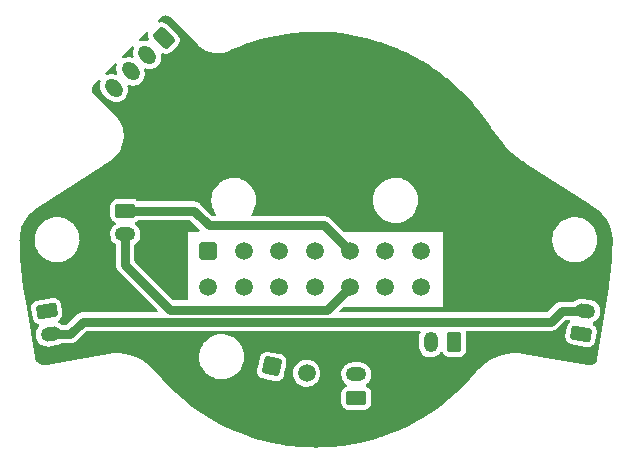
<source format=gbr>
%TF.GenerationSoftware,KiCad,Pcbnew,(6.0.0)*%
%TF.CreationDate,2022-01-12T17:49:16+01:00*%
%TF.ProjectId,v0_miniAB_pancake_board,76305f6d-696e-4694-9142-5f70616e6361,rev?*%
%TF.SameCoordinates,Original*%
%TF.FileFunction,Copper,L2,Bot*%
%TF.FilePolarity,Positive*%
%FSLAX46Y46*%
G04 Gerber Fmt 4.6, Leading zero omitted, Abs format (unit mm)*
G04 Created by KiCad (PCBNEW (6.0.0)) date 2022-01-12 17:49:16*
%MOMM*%
%LPD*%
G01*
G04 APERTURE LIST*
G04 Aperture macros list*
%AMRoundRect*
0 Rectangle with rounded corners*
0 $1 Rounding radius*
0 $2 $3 $4 $5 $6 $7 $8 $9 X,Y pos of 4 corners*
0 Add a 4 corners polygon primitive as box body*
4,1,4,$2,$3,$4,$5,$6,$7,$8,$9,$2,$3,0*
0 Add four circle primitives for the rounded corners*
1,1,$1+$1,$2,$3*
1,1,$1+$1,$4,$5*
1,1,$1+$1,$6,$7*
1,1,$1+$1,$8,$9*
0 Add four rect primitives between the rounded corners*
20,1,$1+$1,$2,$3,$4,$5,0*
20,1,$1+$1,$4,$5,$6,$7,0*
20,1,$1+$1,$6,$7,$8,$9,0*
20,1,$1+$1,$8,$9,$2,$3,0*%
%AMHorizOval*
0 Thick line with rounded ends*
0 $1 width*
0 $2 $3 position (X,Y) of the first rounded end (center of the circle)*
0 $4 $5 position (X,Y) of the second rounded end (center of the circle)*
0 Add line between two ends*
20,1,$1,$2,$3,$4,$5,0*
0 Add two circle primitives to create the rounded ends*
1,1,$1,$2,$3*
1,1,$1,$4,$5*%
G04 Aperture macros list end*
%TA.AperFunction,ComponentPad*%
%ADD10RoundRect,0.250000X0.395409X-0.586218X0.586218X0.395409X-0.395409X0.586218X-0.586218X-0.395409X0*%
%TD*%
%TA.AperFunction,ComponentPad*%
%ADD11C,1.500000*%
%TD*%
%TA.AperFunction,ComponentPad*%
%ADD12RoundRect,0.249999X0.625001X-0.350001X0.625001X0.350001X-0.625001X0.350001X-0.625001X-0.350001X0*%
%TD*%
%TA.AperFunction,ComponentPad*%
%ADD13O,1.750000X1.200000*%
%TD*%
%TA.AperFunction,ComponentPad*%
%ADD14RoundRect,0.249999X0.350001X0.625001X-0.350001X0.625001X-0.350001X-0.625001X0.350001X-0.625001X0*%
%TD*%
%TA.AperFunction,ComponentPad*%
%ADD15O,1.200000X1.750000*%
%TD*%
%TA.AperFunction,ComponentPad*%
%ADD16RoundRect,0.250000X-0.500000X-0.500000X0.500000X-0.500000X0.500000X0.500000X-0.500000X0.500000X0*%
%TD*%
%TA.AperFunction,ComponentPad*%
%ADD17RoundRect,0.250000X-0.625000X0.350000X-0.625000X-0.350000X0.625000X-0.350000X0.625000X0.350000X0*%
%TD*%
%TA.AperFunction,ComponentPad*%
%ADD18RoundRect,0.249999X-0.194454X0.689431X-0.689431X0.194454X0.194454X-0.689431X0.689431X-0.194454X0*%
%TD*%
%TA.AperFunction,ComponentPad*%
%ADD19HorizOval,1.200000X-0.194454X0.194454X0.194454X-0.194454X0*%
%TD*%
%TA.AperFunction,ComponentPad*%
%ADD20RoundRect,0.249999X-0.676283X0.236153X-0.554729X-0.453214X0.676283X-0.236153X0.554729X0.453214X0*%
%TD*%
%TA.AperFunction,ComponentPad*%
%ADD21HorizOval,1.200000X-0.270822X-0.047753X0.270822X0.047753X0*%
%TD*%
%TA.AperFunction,ComponentPad*%
%ADD22RoundRect,0.249999X0.554729X-0.453214X0.676283X0.236153X-0.554729X0.453214X-0.676283X-0.236153X0*%
%TD*%
%TA.AperFunction,ComponentPad*%
%ADD23HorizOval,1.200000X-0.270822X0.047753X0.270822X-0.047753X0*%
%TD*%
%TA.AperFunction,Conductor*%
%ADD24C,0.750000*%
%TD*%
G04 APERTURE END LIST*
D10*
%TO.P,J2,1,Pin_1*%
%TO.N,/heat_high*%
X96260000Y-110730000D03*
D11*
%TO.P,J2,2,Pin_2*%
%TO.N,/heat_gnd*%
X99204882Y-111302427D03*
%TD*%
D12*
%TO.P,J3,1,Pin_1*%
%TO.N,/therm0*%
X103420000Y-113400000D03*
D13*
%TO.P,J3,2,Pin_2*%
%TO.N,/therm1*%
X103420000Y-111400000D03*
%TD*%
D14*
%TO.P,J6,1,Pin_1*%
%TO.N,Net-(J6-Pad1)*%
X111710000Y-108680000D03*
D15*
%TO.P,J6,2,Pin_2*%
%TO.N,/fan1*%
X109710000Y-108680000D03*
%TD*%
D16*
%TO.P,J9,1,Pin_1*%
%TO.N,/A+*%
X90880000Y-100990000D03*
D11*
%TO.P,J9,2,Pin_2*%
%TO.N,/A-*%
X93880000Y-100990000D03*
%TO.P,J9,3,Pin_3*%
%TO.N,/B+*%
X96880000Y-100990000D03*
%TO.P,J9,4,Pin_4*%
%TO.N,/B-*%
X99880000Y-100990000D03*
%TO.P,J9,5,Pin_5*%
%TO.N,/sw1*%
X102880000Y-100990000D03*
%TO.P,J9,6,Pin_6*%
%TO.N,/fan0*%
X105880000Y-100990000D03*
%TO.P,J9,7,Pin_7*%
%TO.N,Net-(J4-Pad1)*%
X108880000Y-100990000D03*
%TO.P,J9,8,Pin_8*%
%TO.N,/heat_high*%
X90880000Y-103990000D03*
%TO.P,J9,9,Pin_9*%
%TO.N,/heat_gnd*%
X93880000Y-103990000D03*
%TO.P,J9,10,Pin_10*%
%TO.N,/therm0*%
X96880000Y-103990000D03*
%TO.P,J9,11,Pin_11*%
%TO.N,/therm1*%
X99880000Y-103990000D03*
%TO.P,J9,12,Pin_12*%
%TO.N,/sw0*%
X102880000Y-103990000D03*
%TO.P,J9,13,Pin_13*%
%TO.N,/fan1*%
X105880000Y-103990000D03*
%TO.P,J9,14,Pin_14*%
%TO.N,Net-(J6-Pad1)*%
X108880000Y-103990000D03*
%TD*%
D17*
%TO.P,J7,1,Pin_1*%
%TO.N,/sw1*%
X83862000Y-97552000D03*
D13*
%TO.P,J7,2,Pin_2*%
%TO.N,/sw0*%
X83862000Y-99552000D03*
%TD*%
D18*
%TO.P,J1,1,Pin_1*%
%TO.N,/B-*%
X87130000Y-82930000D03*
D19*
%TO.P,J1,2,Pin_2*%
%TO.N,/B+*%
X85715786Y-84344214D03*
%TO.P,J1,3,Pin_3*%
%TO.N,/A-*%
X84301573Y-85758427D03*
%TO.P,J1,4,Pin_4*%
%TO.N,/A+*%
X82887359Y-87172641D03*
%TD*%
D20*
%TO.P,J4,1,Pin_1*%
%TO.N,Net-(J4-Pad1)*%
X77190000Y-106030000D03*
D21*
%TO.P,J4,2,Pin_2*%
%TO.N,/fan0*%
X77537296Y-107999616D03*
%TD*%
D22*
%TO.P,J5,1,Pin_1*%
%TO.N,Net-(J4-Pad1)*%
X122450000Y-108000000D03*
D23*
%TO.P,J5,2,Pin_2*%
%TO.N,/fan0*%
X122797296Y-106030384D03*
%TD*%
D24*
%TO.N,/fan0*%
X120791616Y-106030384D02*
X122797296Y-106030384D01*
X79198384Y-107999616D02*
X80264000Y-106934000D01*
X80264000Y-106934000D02*
X119888000Y-106934000D01*
X77537296Y-107999616D02*
X79198384Y-107999616D01*
X119888000Y-106934000D02*
X120791616Y-106030384D01*
%TO.N,/sw0*%
X100952000Y-105918000D02*
X102880000Y-103990000D01*
X87630000Y-105918000D02*
X100952000Y-105918000D01*
X83862000Y-99552000D02*
X83862000Y-102150000D01*
X83862000Y-102150000D02*
X87630000Y-105918000D01*
%TO.N,/sw1*%
X100684521Y-98794521D02*
X102880000Y-100990000D01*
X90920521Y-98794521D02*
X100684521Y-98794521D01*
X89662000Y-97536000D02*
X83878000Y-97536000D01*
X90920521Y-98794521D02*
X89662000Y-97536000D01*
X83878000Y-97536000D02*
X83862000Y-97552000D01*
%TD*%
%TA.AperFunction,NonConductor*%
G36*
X85737314Y-82405624D02*
G01*
X85794150Y-82448171D01*
X85818961Y-82514691D01*
X85815323Y-82555015D01*
X85792043Y-82645684D01*
X85792042Y-82645693D01*
X85790071Y-82653369D01*
X85790071Y-82817723D01*
X85830944Y-82976913D01*
X85834763Y-82983861D01*
X85837175Y-82989952D01*
X85843653Y-83060652D01*
X85810879Y-83123631D01*
X85749259Y-83158894D01*
X85700369Y-83160266D01*
X85699419Y-83159994D01*
X85589467Y-83151533D01*
X85503121Y-83144889D01*
X85503117Y-83144889D01*
X85496761Y-83144400D01*
X85459834Y-83149065D01*
X85301438Y-83169075D01*
X85301435Y-83169076D01*
X85295108Y-83169875D01*
X85164585Y-83214309D01*
X85161480Y-83215366D01*
X85090547Y-83218384D01*
X85029243Y-83182574D01*
X84997032Y-83119305D01*
X85004139Y-83048665D01*
X85031779Y-83006993D01*
X85604187Y-82434585D01*
X85666499Y-82400559D01*
X85737314Y-82405624D01*
G37*
%TD.AperFunction*%
%TA.AperFunction,NonConductor*%
G36*
X84507517Y-83635421D02*
G01*
X84564353Y-83677968D01*
X84589164Y-83744488D01*
X84577864Y-83806329D01*
X84573138Y-83816556D01*
X84573136Y-83816562D01*
X84570462Y-83822349D01*
X84569006Y-83828558D01*
X84529270Y-83997973D01*
X84524048Y-84020236D01*
X84523870Y-84026610D01*
X84518981Y-84201622D01*
X84518372Y-84223413D01*
X84519481Y-84229700D01*
X84542253Y-84358843D01*
X84553668Y-84423581D01*
X84559927Y-84439390D01*
X84561061Y-84442254D01*
X84567539Y-84512955D01*
X84534765Y-84575934D01*
X84473145Y-84611197D01*
X84409179Y-84609755D01*
X84285206Y-84574207D01*
X84194413Y-84567221D01*
X84088908Y-84559102D01*
X84088904Y-84559102D01*
X84082548Y-84558613D01*
X84041640Y-84563781D01*
X83887225Y-84583288D01*
X83887222Y-84583289D01*
X83880895Y-84584088D01*
X83797245Y-84612565D01*
X83747267Y-84629579D01*
X83676334Y-84632597D01*
X83615030Y-84596787D01*
X83582819Y-84533518D01*
X83589926Y-84462878D01*
X83617566Y-84421206D01*
X84374390Y-83664382D01*
X84436702Y-83630356D01*
X84507517Y-83635421D01*
G37*
%TD.AperFunction*%
%TA.AperFunction,NonConductor*%
G36*
X83093304Y-85049634D02*
G01*
X83150140Y-85092181D01*
X83174951Y-85158701D01*
X83163651Y-85220542D01*
X83158925Y-85230769D01*
X83158923Y-85230775D01*
X83156249Y-85236562D01*
X83109835Y-85434449D01*
X83109657Y-85440823D01*
X83107259Y-85526675D01*
X83104159Y-85637626D01*
X83110420Y-85673131D01*
X83134385Y-85809039D01*
X83139455Y-85837794D01*
X83141802Y-85843722D01*
X83141804Y-85843729D01*
X83146847Y-85856465D01*
X83153328Y-85927165D01*
X83120556Y-85990146D01*
X83058936Y-86025410D01*
X82994967Y-86023969D01*
X82877128Y-85990180D01*
X82877124Y-85990179D01*
X82870992Y-85988421D01*
X82780199Y-85981435D01*
X82674694Y-85973316D01*
X82674690Y-85973316D01*
X82668334Y-85972827D01*
X82627426Y-85977995D01*
X82473011Y-85997502D01*
X82473008Y-85997503D01*
X82466681Y-85998302D01*
X82383034Y-86026778D01*
X82333053Y-86043793D01*
X82262120Y-86046811D01*
X82200816Y-86011001D01*
X82168605Y-85947732D01*
X82175712Y-85877092D01*
X82203352Y-85835420D01*
X82960177Y-85078595D01*
X83022489Y-85044569D01*
X83093304Y-85049634D01*
G37*
%TD.AperFunction*%
%TA.AperFunction,NonConductor*%
G36*
X89356709Y-98331502D02*
G01*
X89377679Y-98348401D01*
X90128184Y-99098907D01*
X90162208Y-99161217D01*
X90157143Y-99232033D01*
X90114596Y-99288868D01*
X90048076Y-99313679D01*
X90039087Y-99314000D01*
X89154000Y-99314000D01*
X89154000Y-105016500D01*
X89133998Y-105084621D01*
X89080342Y-105131114D01*
X89028000Y-105142500D01*
X88003413Y-105142500D01*
X87935292Y-105122498D01*
X87914318Y-105105595D01*
X84674405Y-101865683D01*
X84640379Y-101803371D01*
X84637500Y-101776588D01*
X84637500Y-100492727D01*
X84657502Y-100424606D01*
X84700179Y-100384621D01*
X84700119Y-100384535D01*
X84700706Y-100384127D01*
X84702417Y-100382524D01*
X84705357Y-100380895D01*
X84705364Y-100380890D01*
X84710944Y-100377797D01*
X84865271Y-100245523D01*
X84872287Y-100236479D01*
X84985939Y-100089958D01*
X84989848Y-100084919D01*
X85079587Y-99902545D01*
X85106418Y-99799541D01*
X85129212Y-99712034D01*
X85129212Y-99712031D01*
X85130822Y-99705852D01*
X85135979Y-99607444D01*
X85141125Y-99509256D01*
X85141125Y-99509252D01*
X85141459Y-99502874D01*
X85111065Y-99301903D01*
X85040881Y-99111148D01*
X84984301Y-99019893D01*
X84937137Y-98943824D01*
X84937134Y-98943820D01*
X84933774Y-98938401D01*
X84849536Y-98849322D01*
X84798508Y-98795361D01*
X84798507Y-98795360D01*
X84794119Y-98790720D01*
X84788888Y-98787057D01*
X84706181Y-98729145D01*
X84661853Y-98673688D01*
X84654544Y-98603068D01*
X84686575Y-98539708D01*
X84733348Y-98511035D01*
X84732512Y-98509103D01*
X84739785Y-98505956D01*
X84747398Y-98503744D01*
X84762950Y-98494547D01*
X84882044Y-98424115D01*
X84888865Y-98420081D01*
X84960541Y-98348405D01*
X85022853Y-98314379D01*
X85049636Y-98311500D01*
X89288588Y-98311500D01*
X89356709Y-98331502D01*
G37*
%TD.AperFunction*%
%TA.AperFunction,NonConductor*%
G36*
X87353096Y-81022155D02*
G01*
X87456406Y-81045734D01*
X87483035Y-81055052D01*
X87578506Y-81101028D01*
X87602396Y-81116039D01*
X87668525Y-81168776D01*
X87679338Y-81180086D01*
X87679974Y-81179450D01*
X87686989Y-81186465D01*
X87692816Y-81194485D01*
X87700836Y-81200312D01*
X87700838Y-81200314D01*
X87710585Y-81207395D01*
X87725619Y-81220236D01*
X89975772Y-83470389D01*
X89988613Y-83485423D01*
X89995694Y-83495170D01*
X89995697Y-83495173D01*
X90001523Y-83503192D01*
X90006553Y-83506847D01*
X90012512Y-83512124D01*
X90012513Y-83512125D01*
X90185905Y-83665660D01*
X90220206Y-83696033D01*
X90223352Y-83698201D01*
X90457109Y-83859298D01*
X90457113Y-83859300D01*
X90460251Y-83861463D01*
X90718552Y-83996625D01*
X90722119Y-83997971D01*
X90722124Y-83997973D01*
X90764676Y-84014027D01*
X90991312Y-84099533D01*
X91157957Y-84140216D01*
X91270814Y-84167768D01*
X91270818Y-84167769D01*
X91274522Y-84168673D01*
X91278306Y-84169122D01*
X91278311Y-84169123D01*
X91560224Y-84202579D01*
X91560228Y-84202579D01*
X91564018Y-84203029D01*
X91567837Y-84203017D01*
X91567841Y-84203017D01*
X91706779Y-84202573D01*
X91855544Y-84202097D01*
X91859337Y-84201622D01*
X91859341Y-84201622D01*
X91999812Y-84184039D01*
X92144814Y-84165890D01*
X92148527Y-84164958D01*
X92148534Y-84164957D01*
X92423859Y-84095872D01*
X92423864Y-84095870D01*
X92427576Y-84094939D01*
X92693931Y-83992498D01*
X92699922Y-83990835D01*
X92713633Y-83981756D01*
X92733581Y-83970992D01*
X93441214Y-83667825D01*
X93446606Y-83665660D01*
X94201171Y-83382803D01*
X94206657Y-83380890D01*
X94862192Y-83169075D01*
X94973424Y-83133134D01*
X94978993Y-83131475D01*
X95276802Y-83050204D01*
X95756398Y-82919324D01*
X95762030Y-82917926D01*
X96548367Y-82741847D01*
X96554064Y-82740708D01*
X97128449Y-82639643D01*
X97347716Y-82601062D01*
X97353450Y-82600190D01*
X98152669Y-82497285D01*
X98158431Y-82496678D01*
X98961551Y-82430729D01*
X98967353Y-82430387D01*
X99772656Y-82401535D01*
X99778466Y-82401461D01*
X99967398Y-82403408D01*
X100584246Y-82409766D01*
X100590045Y-82409960D01*
X100771374Y-82420202D01*
X101394573Y-82455405D01*
X101400365Y-82455866D01*
X102201957Y-82538356D01*
X102207722Y-82539084D01*
X103004652Y-82658440D01*
X103010377Y-82659433D01*
X103800959Y-82815403D01*
X103806632Y-82816659D01*
X104589175Y-83008910D01*
X104594784Y-83010426D01*
X105367638Y-83238552D01*
X105373158Y-83240321D01*
X105510614Y-83287886D01*
X106134675Y-83503837D01*
X106140121Y-83505863D01*
X106888683Y-83804207D01*
X106894025Y-83806480D01*
X107313730Y-83996625D01*
X107628027Y-84139015D01*
X107633263Y-84141534D01*
X108351164Y-84507559D01*
X108356277Y-84510316D01*
X108991240Y-84871868D01*
X109056529Y-84909044D01*
X109061503Y-84912030D01*
X109706848Y-85319999D01*
X109742628Y-85342618D01*
X109747467Y-85345835D01*
X110408028Y-85807376D01*
X110412713Y-85810813D01*
X111051286Y-86302309D01*
X111055807Y-86305958D01*
X111671034Y-86826367D01*
X111675383Y-86830221D01*
X112265984Y-87378458D01*
X112270150Y-87382509D01*
X112834812Y-87957358D01*
X112838784Y-87961592D01*
X113257770Y-88429454D01*
X113376372Y-88561892D01*
X113380148Y-88566309D01*
X113889481Y-89190746D01*
X113893042Y-89195323D01*
X114373078Y-89842622D01*
X114376400Y-89847326D01*
X114638906Y-90237709D01*
X114805990Y-90486187D01*
X114816894Y-90506055D01*
X114823479Y-90521130D01*
X114829793Y-90528242D01*
X114831136Y-90530223D01*
X114831666Y-90531052D01*
X114831675Y-90531082D01*
X114832028Y-90531619D01*
X114833359Y-90533701D01*
X114834404Y-90535045D01*
X115137421Y-90982050D01*
X115138438Y-90983390D01*
X115138444Y-90983398D01*
X115473566Y-91424840D01*
X115474604Y-91426207D01*
X115835102Y-91851660D01*
X115836247Y-91852873D01*
X115836255Y-91852882D01*
X116017358Y-92044748D01*
X116217878Y-92257186D01*
X116621832Y-92641619D01*
X117045804Y-93003856D01*
X117488577Y-93342856D01*
X117489976Y-93343812D01*
X117489986Y-93343820D01*
X117934334Y-93647699D01*
X117935674Y-93648750D01*
X117937747Y-93650088D01*
X117938279Y-93650442D01*
X117938317Y-93650456D01*
X117939177Y-93651011D01*
X117941119Y-93652339D01*
X117948207Y-93658684D01*
X117969020Y-93667878D01*
X117986094Y-93677050D01*
X123010406Y-96897676D01*
X123620577Y-97288801D01*
X123636616Y-97300996D01*
X123652386Y-97315112D01*
X123662127Y-97319414D01*
X123685007Y-97332539D01*
X123708568Y-97349563D01*
X123922817Y-97504364D01*
X123933147Y-97512689D01*
X124174112Y-97728778D01*
X124183508Y-97738142D01*
X124252298Y-97814326D01*
X124400423Y-97978373D01*
X124408773Y-97988660D01*
X124497830Y-98111035D01*
X124599225Y-98250363D01*
X124606453Y-98261480D01*
X124768340Y-98541768D01*
X124774354Y-98553575D01*
X124783583Y-98574330D01*
X124905869Y-98849322D01*
X124910613Y-98861710D01*
X125010301Y-99169632D01*
X125013717Y-99182451D01*
X125080477Y-99499144D01*
X125082527Y-99512251D01*
X125102427Y-99705852D01*
X125115622Y-99834230D01*
X125116281Y-99847473D01*
X125115481Y-100122789D01*
X125115428Y-100140856D01*
X125112590Y-100167082D01*
X125110341Y-100177497D01*
X125111294Y-100186852D01*
X125111272Y-100187543D01*
X125109728Y-100196820D01*
X125111202Y-100206624D01*
X125111202Y-100206625D01*
X125112442Y-100214876D01*
X125113809Y-100236479D01*
X125097631Y-100946090D01*
X125097489Y-100949857D01*
X125058101Y-101696384D01*
X125057846Y-101700144D01*
X124996149Y-102445132D01*
X124995782Y-102448883D01*
X124979918Y-102589248D01*
X124916474Y-103150605D01*
X124911829Y-103191700D01*
X124911350Y-103195439D01*
X124810571Y-103898065D01*
X124805668Y-103919150D01*
X124803088Y-103927081D01*
X124803088Y-103927084D01*
X124800021Y-103936511D01*
X124800018Y-103946425D01*
X124800014Y-103957809D01*
X124798407Y-103977825D01*
X123813641Y-110083380D01*
X123807159Y-110107598D01*
X123807095Y-110107905D01*
X123803574Y-110117173D01*
X123803089Y-110127078D01*
X123801062Y-110136782D01*
X123800301Y-110136623D01*
X123797475Y-110152048D01*
X123782947Y-110196845D01*
X123770862Y-110234111D01*
X123759795Y-110258813D01*
X123705177Y-110352280D01*
X123689089Y-110374048D01*
X123615774Y-110453687D01*
X123595407Y-110471517D01*
X123506769Y-110533662D01*
X123483066Y-110546730D01*
X123383201Y-110588510D01*
X123357254Y-110596214D01*
X123250768Y-110615700D01*
X123223777Y-110617684D01*
X123137557Y-110614729D01*
X123122093Y-110612127D01*
X123121983Y-110612897D01*
X123112163Y-110611494D01*
X123102687Y-110608574D01*
X123088922Y-110608783D01*
X123086772Y-110608816D01*
X123064201Y-110607127D01*
X119515643Y-110017444D01*
X117097737Y-109615648D01*
X117096908Y-109615445D01*
X117095710Y-109614835D01*
X117082685Y-109612772D01*
X117035144Y-109605242D01*
X117034202Y-109605089D01*
X117008505Y-109600819D01*
X117008495Y-109600818D01*
X117005078Y-109600250D01*
X117003766Y-109600240D01*
X117002868Y-109600130D01*
X116980359Y-109596565D01*
X116980356Y-109596565D01*
X116970562Y-109595014D01*
X116964648Y-109595951D01*
X116583035Y-109612772D01*
X116198514Y-109663886D01*
X116195818Y-109664490D01*
X116195810Y-109664491D01*
X115822695Y-109748026D01*
X115822687Y-109748028D01*
X115819981Y-109748634D01*
X115817333Y-109749478D01*
X115817331Y-109749478D01*
X115453013Y-109865520D01*
X115453004Y-109865523D01*
X115450374Y-109866361D01*
X115353908Y-109906744D01*
X115095115Y-110015081D01*
X115095109Y-110015084D01*
X115092558Y-110016152D01*
X114940769Y-110096057D01*
X114753616Y-110194579D01*
X114749311Y-110196845D01*
X114746980Y-110198348D01*
X114425622Y-110405537D01*
X114425615Y-110405542D01*
X114423293Y-110407039D01*
X114117035Y-110645104D01*
X114115008Y-110646988D01*
X114115001Y-110646994D01*
X114025622Y-110730071D01*
X113832911Y-110909193D01*
X113761299Y-110988600D01*
X113581829Y-111187604D01*
X113581828Y-111187606D01*
X113577087Y-111192863D01*
X113572604Y-111196826D01*
X113571355Y-111198944D01*
X113567574Y-111205358D01*
X113567572Y-111205360D01*
X113564264Y-111210972D01*
X113551032Y-111229395D01*
X113044627Y-111815046D01*
X113040706Y-111819375D01*
X112490065Y-112399501D01*
X112482922Y-112407026D01*
X112478814Y-112411157D01*
X112432065Y-112456046D01*
X111894413Y-112972299D01*
X111890107Y-112976246D01*
X111280327Y-113509694D01*
X111275842Y-113513438D01*
X110641971Y-114018063D01*
X110637317Y-114021594D01*
X110566013Y-114073146D01*
X109980766Y-114496273D01*
X109975988Y-114499562D01*
X109298073Y-114943343D01*
X109293134Y-114946414D01*
X109056610Y-115086032D01*
X108595432Y-115358260D01*
X108590334Y-115361112D01*
X107874296Y-115740173D01*
X107869071Y-115742786D01*
X107136226Y-116088253D01*
X107130885Y-116090621D01*
X106382821Y-116401744D01*
X106377376Y-116403862D01*
X105615686Y-116679979D01*
X105610149Y-116681842D01*
X105438330Y-116735256D01*
X104836485Y-116922353D01*
X104830898Y-116923950D01*
X104293284Y-117064111D01*
X104046879Y-117128351D01*
X104041193Y-117129693D01*
X103248580Y-117297524D01*
X103242838Y-117298601D01*
X102672311Y-117392016D01*
X102443297Y-117429513D01*
X102437529Y-117430321D01*
X101855892Y-117498050D01*
X101632771Y-117524032D01*
X101626954Y-117524573D01*
X101484568Y-117534493D01*
X100818715Y-117580880D01*
X100812909Y-117581149D01*
X100347479Y-117591942D01*
X100002920Y-117599932D01*
X99997078Y-117599932D01*
X99652536Y-117591943D01*
X99187090Y-117581149D01*
X99181284Y-117580880D01*
X98519715Y-117534790D01*
X98373045Y-117524572D01*
X98367228Y-117524031D01*
X98138786Y-117497430D01*
X97562469Y-117430321D01*
X97556701Y-117429513D01*
X97327412Y-117391971D01*
X96757161Y-117298601D01*
X96751419Y-117297524D01*
X95958805Y-117129692D01*
X95953119Y-117128350D01*
X95706717Y-117064111D01*
X95169101Y-116923950D01*
X95163514Y-116922353D01*
X94712044Y-116782003D01*
X94389850Y-116681841D01*
X94384313Y-116679978D01*
X93622623Y-116403862D01*
X93617178Y-116401744D01*
X92869114Y-116090621D01*
X92863773Y-116088253D01*
X92130927Y-115742786D01*
X92125702Y-115740173D01*
X91409665Y-115361112D01*
X91404567Y-115358260D01*
X90706878Y-114946421D01*
X90706865Y-114946413D01*
X90701917Y-114943336D01*
X90024011Y-114499561D01*
X90019233Y-114496272D01*
X89542867Y-114151865D01*
X89362682Y-114021593D01*
X89358028Y-114018062D01*
X88724157Y-113513437D01*
X88719672Y-113509693D01*
X88109904Y-112976256D01*
X88105597Y-112972309D01*
X87521186Y-112411157D01*
X87517067Y-112407014D01*
X86959295Y-111819375D01*
X86955391Y-111815065D01*
X86448959Y-111229384D01*
X86435731Y-111210964D01*
X86432434Y-111205371D01*
X86432432Y-111205369D01*
X86427396Y-111196826D01*
X86422913Y-111192863D01*
X86167090Y-110909192D01*
X85974380Y-110730071D01*
X85885000Y-110646993D01*
X85884993Y-110646987D01*
X85882966Y-110645103D01*
X85576707Y-110407038D01*
X85574379Y-110405537D01*
X85574378Y-110405536D01*
X85253020Y-110198347D01*
X85250689Y-110196844D01*
X85248235Y-110195552D01*
X84909890Y-110017440D01*
X84909886Y-110017438D01*
X84907441Y-110016151D01*
X84746885Y-109948938D01*
X90114277Y-109948938D01*
X90140473Y-110223497D01*
X90141558Y-110227931D01*
X90141559Y-110227937D01*
X90185018Y-110405537D01*
X90206028Y-110491399D01*
X90309570Y-110747031D01*
X90311871Y-110750961D01*
X90311874Y-110750967D01*
X90446626Y-110981108D01*
X90446631Y-110981115D01*
X90448929Y-110985040D01*
X90451776Y-110988600D01*
X90585826Y-111156220D01*
X90621187Y-111200437D01*
X90624528Y-111203558D01*
X90817794Y-111384097D01*
X90822735Y-111388713D01*
X91049350Y-111545921D01*
X91053426Y-111547949D01*
X91053428Y-111547950D01*
X91292198Y-111666737D01*
X91292201Y-111666738D01*
X91296285Y-111668770D01*
X91558369Y-111754685D01*
X91562860Y-111755465D01*
X91562861Y-111755465D01*
X91826328Y-111801211D01*
X91826336Y-111801212D01*
X91830109Y-111801867D01*
X91833946Y-111802058D01*
X91915676Y-111806127D01*
X91915684Y-111806127D01*
X91917247Y-111806205D01*
X92089441Y-111806205D01*
X92091709Y-111806040D01*
X92091721Y-111806040D01*
X92225974Y-111796299D01*
X92294454Y-111791330D01*
X92298909Y-111790346D01*
X92298912Y-111790346D01*
X92559318Y-111732853D01*
X92559321Y-111732852D01*
X92563774Y-111731869D01*
X92821690Y-111634154D01*
X92955132Y-111560034D01*
X93058806Y-111502448D01*
X93058807Y-111502447D01*
X93062799Y-111500230D01*
X93252550Y-111355416D01*
X93278417Y-111335675D01*
X93278418Y-111335674D01*
X93282049Y-111332903D01*
X93285244Y-111329635D01*
X93471654Y-111138947D01*
X93471658Y-111138942D01*
X93474848Y-111135679D01*
X93477537Y-111131985D01*
X93498980Y-111102526D01*
X95018511Y-111102526D01*
X95019095Y-111108942D01*
X95031582Y-111246148D01*
X95033407Y-111266205D01*
X95036066Y-111273674D01*
X95036067Y-111273676D01*
X95037588Y-111277947D01*
X95088540Y-111421036D01*
X95092971Y-111427606D01*
X95092972Y-111427607D01*
X95126564Y-111477409D01*
X95180446Y-111557292D01*
X95186372Y-111562553D01*
X95291729Y-111656093D01*
X95303350Y-111666411D01*
X95310398Y-111670033D01*
X95310402Y-111670036D01*
X95392569Y-111712264D01*
X95449530Y-111741538D01*
X95455736Y-111743259D01*
X95455741Y-111743261D01*
X95482768Y-111750756D01*
X95482774Y-111750757D01*
X95485174Y-111751423D01*
X95973135Y-111846273D01*
X96593340Y-111966829D01*
X96593348Y-111966830D01*
X96595775Y-111967302D01*
X96632526Y-111971489D01*
X96683986Y-111966806D01*
X96788307Y-111957312D01*
X96788309Y-111957312D01*
X96796205Y-111956593D01*
X96803674Y-111953934D01*
X96803676Y-111953933D01*
X96882237Y-111925958D01*
X96951036Y-111901460D01*
X97072731Y-111819376D01*
X97080720Y-111813987D01*
X97080721Y-111813986D01*
X97087292Y-111809554D01*
X97196411Y-111686650D01*
X97200033Y-111679602D01*
X97200036Y-111679598D01*
X97262893Y-111557292D01*
X97271538Y-111540470D01*
X97273259Y-111534264D01*
X97273261Y-111534259D01*
X97280756Y-111507232D01*
X97280757Y-111507226D01*
X97281423Y-111504826D01*
X97326645Y-111272181D01*
X98049849Y-111272181D01*
X98063678Y-111483176D01*
X98065099Y-111488772D01*
X98065100Y-111488777D01*
X98087666Y-111577627D01*
X98115727Y-111688117D01*
X98118144Y-111693360D01*
X98138996Y-111738592D01*
X98204251Y-111880141D01*
X98326287Y-112052818D01*
X98477747Y-112200364D01*
X98482543Y-112203569D01*
X98482546Y-112203571D01*
X98569713Y-112261814D01*
X98653559Y-112317838D01*
X98658867Y-112320119D01*
X98658868Y-112320119D01*
X98842532Y-112399027D01*
X98842535Y-112399028D01*
X98847835Y-112401305D01*
X98853464Y-112402579D01*
X98853465Y-112402579D01*
X99048432Y-112446696D01*
X99048435Y-112446696D01*
X99054068Y-112447971D01*
X99059839Y-112448198D01*
X99059841Y-112448198D01*
X99121871Y-112450635D01*
X99265352Y-112456273D01*
X99271061Y-112455445D01*
X99271065Y-112455445D01*
X99468897Y-112426760D01*
X99468901Y-112426759D01*
X99474612Y-112425931D01*
X99543405Y-112402579D01*
X99669365Y-112359822D01*
X99669370Y-112359820D01*
X99674837Y-112357964D01*
X99690965Y-112348932D01*
X99854277Y-112257473D01*
X99854281Y-112257470D01*
X99859324Y-112254646D01*
X100021894Y-112119439D01*
X100157101Y-111956869D01*
X100159925Y-111951826D01*
X100159928Y-111951822D01*
X100257595Y-111777425D01*
X100257596Y-111777423D01*
X100260419Y-111772382D01*
X100262275Y-111766915D01*
X100262277Y-111766910D01*
X100326529Y-111577627D01*
X100328386Y-111572157D01*
X100330542Y-111557292D01*
X100346225Y-111449126D01*
X102140541Y-111449126D01*
X102170935Y-111650097D01*
X102173141Y-111656092D01*
X102173141Y-111656093D01*
X102181789Y-111679598D01*
X102241119Y-111840852D01*
X102244479Y-111846272D01*
X102244480Y-111846273D01*
X102344863Y-112008176D01*
X102344866Y-112008180D01*
X102348226Y-112013599D01*
X102487881Y-112161280D01*
X102493111Y-112164942D01*
X102493112Y-112164943D01*
X102575819Y-112222855D01*
X102620147Y-112278312D01*
X102627456Y-112348932D01*
X102595425Y-112412292D01*
X102548655Y-112440962D01*
X102549491Y-112442895D01*
X102542214Y-112446044D01*
X102534601Y-112448256D01*
X102527774Y-112452293D01*
X102527775Y-112452293D01*
X102399962Y-112527881D01*
X102399959Y-112527883D01*
X102393135Y-112531919D01*
X102276919Y-112648135D01*
X102272883Y-112654959D01*
X102272881Y-112654962D01*
X102209980Y-112761323D01*
X102193256Y-112789601D01*
X102147402Y-112947430D01*
X102146897Y-112953848D01*
X102146897Y-112953849D01*
X102144693Y-112981846D01*
X102144692Y-112981859D01*
X102144500Y-112984305D01*
X102144501Y-113815694D01*
X102147402Y-113852570D01*
X102193256Y-114010399D01*
X102198858Y-114019872D01*
X102272881Y-114145038D01*
X102272883Y-114145041D01*
X102276919Y-114151865D01*
X102393135Y-114268081D01*
X102399959Y-114272117D01*
X102399962Y-114272119D01*
X102506323Y-114335020D01*
X102534601Y-114351744D01*
X102542213Y-114353955D01*
X102542214Y-114353956D01*
X102646950Y-114384385D01*
X102692430Y-114397598D01*
X102705583Y-114398633D01*
X102726846Y-114400307D01*
X102726859Y-114400308D01*
X102729305Y-114400500D01*
X103419720Y-114400500D01*
X104110694Y-114400499D01*
X104130230Y-114398962D01*
X104141152Y-114398103D01*
X104141153Y-114398103D01*
X104147570Y-114397598D01*
X104153755Y-114395801D01*
X104297786Y-114353956D01*
X104297787Y-114353955D01*
X104305399Y-114351744D01*
X104333677Y-114335020D01*
X104440038Y-114272119D01*
X104440041Y-114272117D01*
X104446865Y-114268081D01*
X104563081Y-114151865D01*
X104567117Y-114145041D01*
X104567119Y-114145038D01*
X104641142Y-114019872D01*
X104646744Y-114010399D01*
X104692598Y-113852570D01*
X104693633Y-113839417D01*
X104695307Y-113818154D01*
X104695308Y-113818141D01*
X104695500Y-113815695D01*
X104695499Y-112984306D01*
X104692598Y-112947430D01*
X104646744Y-112789601D01*
X104630020Y-112761323D01*
X104567119Y-112654962D01*
X104567117Y-112654959D01*
X104563081Y-112648135D01*
X104446865Y-112531919D01*
X104440041Y-112527883D01*
X104440038Y-112527881D01*
X104312220Y-112452290D01*
X104305399Y-112448256D01*
X104297792Y-112446046D01*
X104291773Y-112443441D01*
X104237200Y-112398029D01*
X104215842Y-112330321D01*
X104234481Y-112261814D01*
X104268078Y-112226277D01*
X104268944Y-112225797D01*
X104423271Y-112093523D01*
X104451722Y-112056845D01*
X104518383Y-111970905D01*
X104547848Y-111932919D01*
X104611617Y-111803323D01*
X104634769Y-111756272D01*
X104637587Y-111750545D01*
X104639197Y-111744365D01*
X104687212Y-111560034D01*
X104687212Y-111560031D01*
X104688822Y-111553852D01*
X104697619Y-111385991D01*
X104699125Y-111357256D01*
X104699125Y-111357252D01*
X104699459Y-111350874D01*
X104669065Y-111149903D01*
X104662473Y-111131985D01*
X104637216Y-111063340D01*
X104598881Y-110959148D01*
X104572092Y-110915941D01*
X104495137Y-110791824D01*
X104495134Y-110791820D01*
X104491774Y-110786401D01*
X104380373Y-110668598D01*
X104356508Y-110643361D01*
X104356507Y-110643360D01*
X104352119Y-110638720D01*
X104185621Y-110522137D01*
X103999081Y-110441414D01*
X103953053Y-110431798D01*
X103804856Y-110400838D01*
X103804851Y-110400837D01*
X103800120Y-110399849D01*
X103795238Y-110399593D01*
X103795129Y-110399587D01*
X103795113Y-110399587D01*
X103793461Y-110399500D01*
X103094200Y-110399500D01*
X103076440Y-110401304D01*
X102949132Y-110414235D01*
X102949130Y-110414235D01*
X102942784Y-110414880D01*
X102748828Y-110475662D01*
X102571056Y-110574203D01*
X102416729Y-110706477D01*
X102412822Y-110711514D01*
X102412820Y-110711516D01*
X102388552Y-110742803D01*
X102292152Y-110867081D01*
X102202413Y-111049455D01*
X102200804Y-111055633D01*
X102200803Y-111055635D01*
X102159908Y-111212635D01*
X102151178Y-111246148D01*
X102149707Y-111274219D01*
X102141669Y-111427607D01*
X102140541Y-111449126D01*
X100346225Y-111449126D01*
X100358196Y-111366567D01*
X100358196Y-111366565D01*
X100358728Y-111362897D01*
X100360311Y-111302427D01*
X100340963Y-111091867D01*
X100283568Y-110888358D01*
X100273076Y-110867081D01*
X100192601Y-110703896D01*
X100190047Y-110698717D01*
X100076553Y-110546730D01*
X100066986Y-110533918D01*
X100066985Y-110533917D01*
X100063533Y-110529294D01*
X99931277Y-110407038D01*
X99912504Y-110389684D01*
X99912502Y-110389682D01*
X99908263Y-110385764D01*
X99729436Y-110272932D01*
X99533042Y-110194579D01*
X99527385Y-110193454D01*
X99527379Y-110193452D01*
X99331324Y-110154455D01*
X99331322Y-110154455D01*
X99325657Y-110153328D01*
X99319882Y-110153252D01*
X99319878Y-110153252D01*
X99213858Y-110151864D01*
X99114228Y-110150560D01*
X99108531Y-110151539D01*
X99108530Y-110151539D01*
X98911532Y-110185389D01*
X98911531Y-110185389D01*
X98905835Y-110186368D01*
X98707457Y-110259554D01*
X98702496Y-110262506D01*
X98702495Y-110262506D01*
X98531845Y-110364032D01*
X98525738Y-110367665D01*
X98366763Y-110507082D01*
X98235858Y-110673135D01*
X98233169Y-110678246D01*
X98233167Y-110678249D01*
X98183282Y-110773065D01*
X98137405Y-110860263D01*
X98074702Y-111062200D01*
X98049849Y-111272181D01*
X97326645Y-111272181D01*
X97427958Y-110750967D01*
X97496829Y-110396660D01*
X97496830Y-110396652D01*
X97497302Y-110394225D01*
X97500665Y-110364711D01*
X97500760Y-110363873D01*
X97501489Y-110357474D01*
X97486593Y-110193795D01*
X97465081Y-110133381D01*
X97455900Y-110107598D01*
X97431460Y-110038964D01*
X97416073Y-110016151D01*
X97343987Y-109909280D01*
X97343986Y-109909279D01*
X97339554Y-109902708D01*
X97216650Y-109793589D01*
X97209602Y-109789967D01*
X97209598Y-109789964D01*
X97076202Y-109721408D01*
X97076203Y-109721408D01*
X97070470Y-109718462D01*
X97064264Y-109716741D01*
X97064259Y-109716739D01*
X97037232Y-109709244D01*
X97037226Y-109709243D01*
X97034826Y-109708577D01*
X96298239Y-109565399D01*
X95926660Y-109493171D01*
X95926652Y-109493170D01*
X95924225Y-109492698D01*
X95887474Y-109488511D01*
X95841467Y-109492698D01*
X95731693Y-109502688D01*
X95731691Y-109502688D01*
X95723795Y-109503407D01*
X95716326Y-109506066D01*
X95716324Y-109506067D01*
X95665455Y-109524181D01*
X95568964Y-109558540D01*
X95562394Y-109562971D01*
X95562393Y-109562972D01*
X95484298Y-109615648D01*
X95432708Y-109650446D01*
X95372321Y-109718462D01*
X95346074Y-109748025D01*
X95323589Y-109773350D01*
X95319967Y-109780398D01*
X95319964Y-109780402D01*
X95275788Y-109866360D01*
X95248462Y-109919530D01*
X95246741Y-109925736D01*
X95246739Y-109925741D01*
X95239789Y-109950802D01*
X95238577Y-109955174D01*
X95148761Y-110417236D01*
X95026984Y-111043728D01*
X95022698Y-111065775D01*
X95018511Y-111102526D01*
X93498980Y-111102526D01*
X93634471Y-110916381D01*
X93634473Y-110916378D01*
X93637158Y-110912689D01*
X93765577Y-110668604D01*
X93857416Y-110408537D01*
X93886199Y-110262506D01*
X93909870Y-110142409D01*
X93909871Y-110142403D01*
X93910751Y-110137937D01*
X93911785Y-110117173D01*
X93924238Y-109867041D01*
X93924238Y-109867035D01*
X93924465Y-109862472D01*
X93898269Y-109587913D01*
X93894431Y-109572225D01*
X93833800Y-109324449D01*
X93832714Y-109320011D01*
X93729172Y-109064379D01*
X93726871Y-109060449D01*
X93726868Y-109060443D01*
X93592116Y-108830302D01*
X93592111Y-108830295D01*
X93589813Y-108826370D01*
X93565767Y-108796302D01*
X93420407Y-108614539D01*
X93420406Y-108614538D01*
X93417555Y-108610973D01*
X93216007Y-108422697D01*
X92989392Y-108265489D01*
X92920296Y-108231114D01*
X92746544Y-108144673D01*
X92746541Y-108144672D01*
X92742457Y-108142640D01*
X92480373Y-108056725D01*
X92475881Y-108055945D01*
X92212414Y-108010199D01*
X92212406Y-108010198D01*
X92208633Y-108009543D01*
X92194271Y-108008828D01*
X92123066Y-108005283D01*
X92123058Y-108005283D01*
X92121495Y-108005205D01*
X91949301Y-108005205D01*
X91947033Y-108005370D01*
X91947021Y-108005370D01*
X91812768Y-108015111D01*
X91744288Y-108020080D01*
X91739833Y-108021064D01*
X91739830Y-108021064D01*
X91479424Y-108078557D01*
X91479421Y-108078558D01*
X91474968Y-108079541D01*
X91217052Y-108177256D01*
X91213065Y-108179470D01*
X91213064Y-108179471D01*
X91120089Y-108231114D01*
X90975943Y-108311180D01*
X90756693Y-108478507D01*
X90753500Y-108481773D01*
X90753498Y-108481775D01*
X90567088Y-108672463D01*
X90567084Y-108672468D01*
X90563894Y-108675731D01*
X90561207Y-108679423D01*
X90561205Y-108679425D01*
X90434676Y-108853258D01*
X90401584Y-108898721D01*
X90273165Y-109142806D01*
X90181326Y-109402873D01*
X90167594Y-109472544D01*
X90129762Y-109664490D01*
X90127991Y-109673473D01*
X90127764Y-109678027D01*
X90127764Y-109678029D01*
X90115219Y-109930020D01*
X90114277Y-109948938D01*
X84746885Y-109948938D01*
X84549626Y-109866360D01*
X84180018Y-109748633D01*
X84177312Y-109748027D01*
X84177304Y-109748025D01*
X83804190Y-109664490D01*
X83804182Y-109664489D01*
X83801486Y-109663885D01*
X83425081Y-109613850D01*
X83419725Y-109613138D01*
X83416964Y-109612771D01*
X83242691Y-109605089D01*
X83042430Y-109596261D01*
X83042428Y-109596261D01*
X83035342Y-109595949D01*
X83029437Y-109595014D01*
X83019645Y-109596565D01*
X83019642Y-109596565D01*
X82996666Y-109600204D01*
X82994873Y-109600429D01*
X82992582Y-109600459D01*
X82987705Y-109601299D01*
X82987692Y-109601300D01*
X82965013Y-109605206D01*
X82963406Y-109605472D01*
X82932458Y-109610374D01*
X82910506Y-109613850D01*
X82910502Y-109613851D01*
X82904289Y-109614835D01*
X82902183Y-109615908D01*
X82900617Y-109616295D01*
X80064146Y-110104725D01*
X77238719Y-110591253D01*
X77225231Y-110592833D01*
X77200232Y-110594402D01*
X77200223Y-110594404D01*
X77190329Y-110595025D01*
X77181108Y-110598674D01*
X77171434Y-110600835D01*
X77171301Y-110600242D01*
X77156027Y-110604104D01*
X77037807Y-110618180D01*
X77012350Y-110618620D01*
X76958423Y-110614082D01*
X76870956Y-110606721D01*
X76845924Y-110602032D01*
X76709811Y-110561944D01*
X76686234Y-110552317D01*
X76560963Y-110485677D01*
X76539805Y-110471507D01*
X76430493Y-110381039D01*
X76412615Y-110362902D01*
X76323726Y-110252298D01*
X76309860Y-110230936D01*
X76303701Y-110218945D01*
X76245031Y-110104722D01*
X76235745Y-110081012D01*
X76232350Y-110068839D01*
X76203757Y-109966341D01*
X76201513Y-109950748D01*
X76200914Y-109950851D01*
X76199229Y-109941081D01*
X76199093Y-109931161D01*
X76192720Y-109912426D01*
X76187670Y-109892248D01*
X75517199Y-105805290D01*
X75858148Y-105805290D01*
X75861693Y-105842109D01*
X76006063Y-106660867D01*
X76015324Y-106696679D01*
X76018168Y-106702459D01*
X76018170Y-106702464D01*
X76022735Y-106711741D01*
X76087888Y-106844148D01*
X76194845Y-106968936D01*
X76329476Y-107063206D01*
X76336896Y-107065995D01*
X76336898Y-107065996D01*
X76475894Y-107118242D01*
X76475899Y-107118243D01*
X76483321Y-107121033D01*
X76491206Y-107121890D01*
X76497572Y-107123406D01*
X76559203Y-107158651D01*
X76591995Y-107221621D01*
X76585537Y-107292323D01*
X76558624Y-107333156D01*
X76557852Y-107333781D01*
X76553800Y-107338714D01*
X76432892Y-107485909D01*
X76432889Y-107485913D01*
X76428839Y-107490844D01*
X76398002Y-107549332D01*
X76350139Y-107640113D01*
X76334043Y-107670641D01*
X76332262Y-107676770D01*
X76332262Y-107676771D01*
X76292943Y-107812109D01*
X76277336Y-107865827D01*
X76261034Y-108068429D01*
X76261811Y-108074757D01*
X76261811Y-108074759D01*
X76270396Y-108144673D01*
X76285805Y-108270170D01*
X76350636Y-108462810D01*
X76452878Y-108638480D01*
X76588355Y-108790004D01*
X76642616Y-108830302D01*
X76746412Y-108907389D01*
X76746415Y-108907391D01*
X76751532Y-108911191D01*
X76757312Y-108913886D01*
X76757315Y-108913888D01*
X76811032Y-108938936D01*
X76935745Y-108997090D01*
X76941953Y-108998569D01*
X76941956Y-108998570D01*
X77050858Y-109024514D01*
X77133469Y-109044195D01*
X77336625Y-109050579D01*
X77341415Y-109049991D01*
X77341421Y-109049991D01*
X77341541Y-109049976D01*
X77343243Y-109049767D01*
X77344871Y-109049480D01*
X78028751Y-108928894D01*
X78028753Y-108928894D01*
X78031881Y-108928342D01*
X78092493Y-108911191D01*
X78172191Y-108888639D01*
X78178326Y-108886903D01*
X78243234Y-108853258D01*
X78353114Y-108796302D01*
X78353118Y-108796300D01*
X78358781Y-108793364D01*
X78359191Y-108794154D01*
X78423051Y-108775116D01*
X79189516Y-108775116D01*
X79190837Y-108775123D01*
X79277249Y-108776028D01*
X79284135Y-108774539D01*
X79284137Y-108774539D01*
X79317635Y-108767296D01*
X79330218Y-108765235D01*
X79364286Y-108761414D01*
X79364288Y-108761413D01*
X79371282Y-108760629D01*
X79401360Y-108750154D01*
X79416165Y-108745993D01*
X79440422Y-108740749D01*
X79440425Y-108740748D01*
X79447303Y-108739261D01*
X79484765Y-108721792D01*
X79496568Y-108717000D01*
X79535587Y-108703412D01*
X79562596Y-108686535D01*
X79576116Y-108679194D01*
X79598604Y-108668708D01*
X79598607Y-108668706D01*
X79604983Y-108665733D01*
X79637631Y-108640408D01*
X79648088Y-108633114D01*
X79677160Y-108614948D01*
X79677162Y-108614947D01*
X79683132Y-108611216D01*
X79710783Y-108583757D01*
X79711353Y-108583224D01*
X79712000Y-108582722D01*
X79736885Y-108557837D01*
X79806585Y-108488622D01*
X79807221Y-108487620D01*
X79808258Y-108486464D01*
X80548319Y-107746404D01*
X80610631Y-107712379D01*
X80637414Y-107709500D01*
X108733551Y-107709500D01*
X108801672Y-107729502D01*
X108848165Y-107783158D01*
X108858269Y-107853432D01*
X108838512Y-107903355D01*
X108838912Y-107903579D01*
X108837237Y-107906577D01*
X108836764Y-107907771D01*
X108832137Y-107914379D01*
X108751414Y-108100919D01*
X108750108Y-108107171D01*
X108716056Y-108270170D01*
X108709849Y-108299880D01*
X108709500Y-108306539D01*
X108709500Y-109005800D01*
X108709823Y-109008979D01*
X108723853Y-109147102D01*
X108724880Y-109157216D01*
X108785662Y-109351172D01*
X108884203Y-109528944D01*
X109016477Y-109683271D01*
X109177081Y-109807848D01*
X109359455Y-109897587D01*
X109365633Y-109899196D01*
X109365635Y-109899197D01*
X109549966Y-109947212D01*
X109549969Y-109947212D01*
X109556148Y-109948822D01*
X109628203Y-109952598D01*
X109752744Y-109959125D01*
X109752748Y-109959125D01*
X109759126Y-109959459D01*
X109960097Y-109929065D01*
X109969132Y-109925741D01*
X110001592Y-109913798D01*
X110150852Y-109858881D01*
X110156273Y-109855520D01*
X110318176Y-109755137D01*
X110318180Y-109755134D01*
X110323599Y-109751774D01*
X110471280Y-109612119D01*
X110475927Y-109605483D01*
X110532855Y-109524181D01*
X110588312Y-109479853D01*
X110658932Y-109472544D01*
X110722292Y-109504575D01*
X110750962Y-109551345D01*
X110752895Y-109550509D01*
X110756044Y-109557786D01*
X110758256Y-109565399D01*
X110762293Y-109572225D01*
X110837881Y-109700038D01*
X110837883Y-109700041D01*
X110841919Y-109706865D01*
X110958135Y-109823081D01*
X110964959Y-109827117D01*
X110964962Y-109827119D01*
X111071323Y-109890020D01*
X111099601Y-109906744D01*
X111107213Y-109908955D01*
X111107214Y-109908956D01*
X111179717Y-109930020D01*
X111257430Y-109952598D01*
X111270583Y-109953633D01*
X111291846Y-109955307D01*
X111291859Y-109955308D01*
X111294305Y-109955500D01*
X111709831Y-109955500D01*
X112125694Y-109955499D01*
X112151181Y-109953494D01*
X112156152Y-109953103D01*
X112156153Y-109953103D01*
X112162570Y-109952598D01*
X112169530Y-109950576D01*
X112312786Y-109908956D01*
X112312787Y-109908955D01*
X112320399Y-109906744D01*
X112348677Y-109890020D01*
X112455038Y-109827119D01*
X112455041Y-109827117D01*
X112461865Y-109823081D01*
X112578081Y-109706865D01*
X112582117Y-109700041D01*
X112582119Y-109700038D01*
X112657707Y-109572225D01*
X112661744Y-109565399D01*
X112670927Y-109533793D01*
X112705801Y-109413755D01*
X112707598Y-109407570D01*
X112708633Y-109394417D01*
X112710307Y-109373154D01*
X112710308Y-109373141D01*
X112710500Y-109370695D01*
X112710499Y-107989306D01*
X112707598Y-107952430D01*
X112683839Y-107870652D01*
X112684042Y-107799657D01*
X112722595Y-107740041D01*
X112787260Y-107710732D01*
X112804836Y-107709500D01*
X119879132Y-107709500D01*
X119880453Y-107709507D01*
X119966865Y-107710412D01*
X119973751Y-107708923D01*
X119973753Y-107708923D01*
X120007251Y-107701680D01*
X120019834Y-107699619D01*
X120053902Y-107695798D01*
X120053904Y-107695797D01*
X120060898Y-107695013D01*
X120090976Y-107684538D01*
X120105781Y-107680377D01*
X120130038Y-107675133D01*
X120130041Y-107675132D01*
X120136919Y-107673645D01*
X120174381Y-107656176D01*
X120186184Y-107651384D01*
X120225203Y-107637796D01*
X120252212Y-107620919D01*
X120265732Y-107613578D01*
X120288220Y-107603092D01*
X120288223Y-107603090D01*
X120294599Y-107600117D01*
X120327247Y-107574792D01*
X120337704Y-107567498D01*
X120366776Y-107549332D01*
X120366778Y-107549331D01*
X120372748Y-107545600D01*
X120400399Y-107518141D01*
X120400969Y-107517608D01*
X120401616Y-107517106D01*
X120426498Y-107492224D01*
X120496201Y-107423006D01*
X120496836Y-107422006D01*
X120497879Y-107420843D01*
X121075933Y-106842789D01*
X121138245Y-106808763D01*
X121165028Y-106805884D01*
X121419659Y-106805884D01*
X121487780Y-106825886D01*
X121534273Y-106879542D01*
X121544377Y-106949816D01*
X121514883Y-107014396D01*
X121491929Y-107035097D01*
X121461345Y-107056512D01*
X121461342Y-107056515D01*
X121454845Y-107061064D01*
X121347888Y-107185852D01*
X121275324Y-107333321D01*
X121266062Y-107369132D01*
X121121694Y-108187891D01*
X121118148Y-108224710D01*
X121135898Y-108388104D01*
X121138686Y-108395522D01*
X121138687Y-108395525D01*
X121190935Y-108534527D01*
X121193725Y-108541949D01*
X121198271Y-108548442D01*
X121198272Y-108548443D01*
X121222275Y-108582722D01*
X121287995Y-108676580D01*
X121294014Y-108681739D01*
X121294016Y-108681741D01*
X121406764Y-108778378D01*
X121406768Y-108778381D01*
X121412784Y-108783537D01*
X121560252Y-108856101D01*
X121566481Y-108857712D01*
X121566484Y-108857713D01*
X121593672Y-108864744D01*
X121593680Y-108864746D01*
X121596063Y-108865362D01*
X121598480Y-108865788D01*
X121598493Y-108865791D01*
X122875911Y-109091033D01*
X122956466Y-109105237D01*
X122958917Y-109105473D01*
X122958924Y-109105474D01*
X122986876Y-109108166D01*
X122986879Y-109108166D01*
X122993286Y-109108783D01*
X123119880Y-109095031D01*
X123148800Y-109091889D01*
X123148801Y-109091889D01*
X123156679Y-109091033D01*
X123164097Y-109088245D01*
X123164100Y-109088244D01*
X123303102Y-109035996D01*
X123303104Y-109035995D01*
X123310524Y-109033206D01*
X123445155Y-108938936D01*
X123552112Y-108814148D01*
X123624676Y-108666679D01*
X123633938Y-108630868D01*
X123778306Y-107812109D01*
X123780142Y-107793048D01*
X123781235Y-107781700D01*
X123781235Y-107781697D01*
X123781852Y-107775290D01*
X123764102Y-107611896D01*
X123750156Y-107574792D01*
X123709065Y-107465473D01*
X123709064Y-107465471D01*
X123706275Y-107458051D01*
X123612005Y-107323420D01*
X123575724Y-107292323D01*
X123493234Y-107221621D01*
X123487216Y-107216463D01*
X123480104Y-107212963D01*
X123474636Y-107209358D01*
X123428776Y-107155161D01*
X123419498Y-107084773D01*
X123449746Y-107020543D01*
X123489011Y-106991374D01*
X123489945Y-106991052D01*
X123664897Y-106887586D01*
X123695854Y-106859516D01*
X123810739Y-106755345D01*
X123810740Y-106755344D01*
X123815470Y-106751055D01*
X123935514Y-106587034D01*
X123999939Y-106446319D01*
X124017472Y-106408024D01*
X124017474Y-106408019D01*
X124020126Y-106402226D01*
X124032222Y-106349834D01*
X124064412Y-106210399D01*
X124065848Y-106204179D01*
X124070814Y-106000983D01*
X124061639Y-105949988D01*
X124041783Y-105839637D01*
X124034820Y-105800939D01*
X123974631Y-105650452D01*
X123961708Y-105618143D01*
X123961707Y-105618141D01*
X123959338Y-105612218D01*
X123847449Y-105442530D01*
X123703724Y-105298806D01*
X123534036Y-105186917D01*
X123497459Y-105172287D01*
X123477269Y-105164212D01*
X123345315Y-105111434D01*
X123340601Y-105110346D01*
X123340599Y-105110345D01*
X123340435Y-105110307D01*
X123340423Y-105110305D01*
X123338818Y-105109934D01*
X123098939Y-105067637D01*
X122653322Y-104989063D01*
X122650180Y-104988509D01*
X122647009Y-104988276D01*
X122647000Y-104988275D01*
X122504757Y-104977830D01*
X122504755Y-104977830D01*
X122498394Y-104977363D01*
X122296830Y-105003541D01*
X122290800Y-105005617D01*
X122290797Y-105005618D01*
X122110684Y-105067637D01*
X122110682Y-105067638D01*
X122104647Y-105069716D01*
X121929695Y-105173182D01*
X121875607Y-105222226D01*
X121811710Y-105253166D01*
X121790972Y-105254884D01*
X120800484Y-105254884D01*
X120799164Y-105254877D01*
X120797570Y-105254860D01*
X120712751Y-105253972D01*
X120705865Y-105255461D01*
X120705863Y-105255461D01*
X120672365Y-105262704D01*
X120659782Y-105264765D01*
X120625714Y-105268586D01*
X120625712Y-105268587D01*
X120618718Y-105269371D01*
X120588640Y-105279846D01*
X120573835Y-105284007D01*
X120549578Y-105289251D01*
X120549575Y-105289252D01*
X120542697Y-105290739D01*
X120505235Y-105308208D01*
X120493434Y-105312999D01*
X120454413Y-105326588D01*
X120448439Y-105330321D01*
X120448437Y-105330322D01*
X120427404Y-105343465D01*
X120413884Y-105350806D01*
X120391396Y-105361292D01*
X120391393Y-105361294D01*
X120385017Y-105364267D01*
X120354614Y-105387850D01*
X120352368Y-105389592D01*
X120341912Y-105396886D01*
X120334439Y-105401556D01*
X120306868Y-105418784D01*
X120279217Y-105446243D01*
X120278647Y-105446776D01*
X120278000Y-105447278D01*
X120253118Y-105472160D01*
X120183415Y-105541378D01*
X120182780Y-105542378D01*
X120181737Y-105543541D01*
X119603683Y-106121595D01*
X119541371Y-106155621D01*
X119514588Y-106158500D01*
X102112412Y-106158500D01*
X102044291Y-106138498D01*
X101997798Y-106084842D01*
X101987694Y-106014568D01*
X102017188Y-105949988D01*
X102023317Y-105943405D01*
X102265817Y-105700905D01*
X102328129Y-105666879D01*
X102354912Y-105664000D01*
X110744000Y-105664000D01*
X110744000Y-99940167D01*
X120016087Y-99940167D01*
X120017306Y-99971205D01*
X120025031Y-100167809D01*
X120026650Y-100209028D01*
X120035373Y-100256790D01*
X120058039Y-100380895D01*
X120074991Y-100473718D01*
X120160145Y-100728956D01*
X120280413Y-100969649D01*
X120282938Y-100973303D01*
X120282939Y-100973304D01*
X120349498Y-101069607D01*
X120433395Y-101190995D01*
X120616038Y-101388578D01*
X120619492Y-101391390D01*
X120821243Y-101555641D01*
X120821247Y-101555644D01*
X120824700Y-101558455D01*
X120828522Y-101560756D01*
X120984422Y-101654615D01*
X121055215Y-101697236D01*
X121151761Y-101738118D01*
X121298882Y-101800417D01*
X121298887Y-101800419D01*
X121302985Y-101802154D01*
X121307282Y-101803293D01*
X121307287Y-101803295D01*
X121558766Y-101869973D01*
X121563066Y-101871113D01*
X121567483Y-101871636D01*
X121567484Y-101871636D01*
X121649957Y-101881397D01*
X121830269Y-101902738D01*
X122099263Y-101896399D01*
X122103658Y-101895667D01*
X122103663Y-101895667D01*
X122360277Y-101852955D01*
X122360281Y-101852954D01*
X122364679Y-101852222D01*
X122531554Y-101799447D01*
X122616977Y-101772431D01*
X122616979Y-101772430D01*
X122621223Y-101771088D01*
X122863776Y-101654615D01*
X122979259Y-101577452D01*
X123083790Y-101507607D01*
X123083794Y-101507604D01*
X123087498Y-101505129D01*
X123090815Y-101502158D01*
X123090819Y-101502155D01*
X123284607Y-101328584D01*
X123284608Y-101328583D01*
X123287925Y-101325612D01*
X123461058Y-101119645D01*
X123474251Y-101098492D01*
X123552325Y-100973304D01*
X123603444Y-100891338D01*
X123619571Y-100854861D01*
X123710442Y-100649313D01*
X123712240Y-100645246D01*
X123785276Y-100386280D01*
X123795704Y-100308639D01*
X123820667Y-100122789D01*
X123820668Y-100122781D01*
X123821094Y-100119607D01*
X123824292Y-100017854D01*
X123824752Y-100003222D01*
X123824752Y-100003217D01*
X123824853Y-100000000D01*
X123818359Y-99908272D01*
X123806165Y-99736053D01*
X123805850Y-99731604D01*
X123798933Y-99699473D01*
X123750155Y-99472915D01*
X123749218Y-99468563D01*
X123729714Y-99415693D01*
X123657630Y-99220303D01*
X123656089Y-99216126D01*
X123634412Y-99175951D01*
X123530434Y-98983245D01*
X123530434Y-98983244D01*
X123528321Y-98979329D01*
X123368462Y-98762897D01*
X123364214Y-98758581D01*
X123235334Y-98627662D01*
X123179702Y-98571149D01*
X123176163Y-98568448D01*
X123176156Y-98568442D01*
X122996105Y-98431032D01*
X122965808Y-98407910D01*
X122859555Y-98348405D01*
X122734933Y-98278613D01*
X122734930Y-98278612D01*
X122731047Y-98276437D01*
X122726908Y-98274836D01*
X122726900Y-98274832D01*
X122541034Y-98202927D01*
X122480104Y-98179355D01*
X122475779Y-98178352D01*
X122475774Y-98178351D01*
X122285059Y-98134146D01*
X122217985Y-98118599D01*
X121949920Y-98095382D01*
X121945485Y-98095626D01*
X121945481Y-98095626D01*
X121836438Y-98101627D01*
X121681259Y-98110167D01*
X121417361Y-98162660D01*
X121273133Y-98213309D01*
X121167700Y-98250334D01*
X121167697Y-98250335D01*
X121163492Y-98251812D01*
X121159539Y-98253865D01*
X121159533Y-98253868D01*
X121076417Y-98297044D01*
X120924717Y-98375846D01*
X120921102Y-98378429D01*
X120921096Y-98378433D01*
X120870661Y-98414475D01*
X120705801Y-98532286D01*
X120702574Y-98535364D01*
X120702572Y-98535366D01*
X120540286Y-98690179D01*
X120511111Y-98718010D01*
X120508355Y-98721506D01*
X120479128Y-98758581D01*
X120344533Y-98929314D01*
X120289069Y-99024802D01*
X120211627Y-99158127D01*
X120211624Y-99158133D01*
X120209389Y-99161981D01*
X120189045Y-99212208D01*
X120110050Y-99407236D01*
X120110047Y-99407244D01*
X120108377Y-99411368D01*
X120043512Y-99672500D01*
X120016087Y-99940167D01*
X110744000Y-99940167D01*
X110744000Y-99314000D01*
X102352912Y-99314000D01*
X102284791Y-99293998D01*
X102263817Y-99277095D01*
X101239223Y-98252501D01*
X101238295Y-98251564D01*
X101182690Y-98194782D01*
X101182689Y-98194781D01*
X101177761Y-98189749D01*
X101171842Y-98185935D01*
X101171839Y-98185932D01*
X101143024Y-98167362D01*
X101132671Y-98159923D01*
X101125660Y-98154326D01*
X101100381Y-98134146D01*
X101094044Y-98131083D01*
X101094040Y-98131080D01*
X101071712Y-98120287D01*
X101058295Y-98112758D01*
X101050163Y-98107517D01*
X101031517Y-98095501D01*
X100992670Y-98081362D01*
X100980949Y-98076411D01*
X100943741Y-98058424D01*
X100936877Y-98056839D01*
X100936876Y-98056839D01*
X100912714Y-98051261D01*
X100897961Y-98046891D01*
X100895150Y-98045868D01*
X100868028Y-98035996D01*
X100827010Y-98030814D01*
X100814486Y-98028583D01*
X100774219Y-98019286D01*
X100767173Y-98019261D01*
X100767169Y-98019261D01*
X100735282Y-98019150D01*
X100734462Y-98019123D01*
X100733658Y-98019021D01*
X100698542Y-98019021D01*
X100698102Y-98019020D01*
X100697581Y-98019018D01*
X100600237Y-98018678D01*
X100599078Y-98018937D01*
X100597529Y-98019021D01*
X94656381Y-98019021D01*
X94588260Y-97999019D01*
X94541767Y-97945363D01*
X94531663Y-97875089D01*
X94554510Y-97818871D01*
X94655100Y-97680676D01*
X94655102Y-97680673D01*
X94657787Y-97676984D01*
X94786206Y-97432899D01*
X94878045Y-97172832D01*
X94913396Y-96993476D01*
X94930499Y-96906704D01*
X94930500Y-96906698D01*
X94931380Y-96902232D01*
X94933562Y-96858410D01*
X94940790Y-96713233D01*
X104834906Y-96713233D01*
X104861102Y-96987792D01*
X104862187Y-96992226D01*
X104862188Y-96992232D01*
X104905288Y-97168366D01*
X104926657Y-97255694D01*
X105030199Y-97511326D01*
X105032500Y-97515256D01*
X105032503Y-97515262D01*
X105167255Y-97745403D01*
X105167260Y-97745410D01*
X105169558Y-97749335D01*
X105172405Y-97752895D01*
X105338180Y-97960185D01*
X105341816Y-97964732D01*
X105345157Y-97967853D01*
X105500277Y-98112758D01*
X105543364Y-98153008D01*
X105769979Y-98310216D01*
X105774055Y-98312244D01*
X105774057Y-98312245D01*
X106012827Y-98431032D01*
X106012830Y-98431033D01*
X106016914Y-98433065D01*
X106278998Y-98518980D01*
X106283489Y-98519760D01*
X106283490Y-98519760D01*
X106546957Y-98565506D01*
X106546965Y-98565507D01*
X106550738Y-98566162D01*
X106554575Y-98566353D01*
X106636305Y-98570422D01*
X106636313Y-98570422D01*
X106637876Y-98570500D01*
X106810070Y-98570500D01*
X106812338Y-98570335D01*
X106812350Y-98570335D01*
X106946603Y-98560594D01*
X107015083Y-98555625D01*
X107019538Y-98554641D01*
X107019541Y-98554641D01*
X107279947Y-98497148D01*
X107279950Y-98497147D01*
X107284403Y-98496164D01*
X107542319Y-98398449D01*
X107586707Y-98373794D01*
X107779435Y-98266743D01*
X107779436Y-98266742D01*
X107783428Y-98264525D01*
X107910742Y-98167362D01*
X107999046Y-98099970D01*
X107999047Y-98099969D01*
X108002678Y-98097198D01*
X108040582Y-98058424D01*
X108192283Y-97903242D01*
X108192287Y-97903237D01*
X108195477Y-97899974D01*
X108212275Y-97876896D01*
X108355100Y-97680676D01*
X108355102Y-97680673D01*
X108357787Y-97676984D01*
X108486206Y-97432899D01*
X108578045Y-97172832D01*
X108613396Y-96993476D01*
X108630499Y-96906704D01*
X108630500Y-96906698D01*
X108631380Y-96902232D01*
X108633562Y-96858410D01*
X108644867Y-96631336D01*
X108644867Y-96631330D01*
X108645094Y-96626767D01*
X108618898Y-96352208D01*
X108553343Y-96084306D01*
X108449801Y-95828674D01*
X108447500Y-95824744D01*
X108447497Y-95824738D01*
X108312745Y-95594597D01*
X108312740Y-95594590D01*
X108310442Y-95590665D01*
X108192927Y-95443720D01*
X108141036Y-95378834D01*
X108141035Y-95378833D01*
X108138184Y-95375268D01*
X107936636Y-95186992D01*
X107710021Y-95029784D01*
X107532667Y-94941551D01*
X107467173Y-94908968D01*
X107467170Y-94908967D01*
X107463086Y-94906935D01*
X107201002Y-94821020D01*
X107196510Y-94820240D01*
X106933043Y-94774494D01*
X106933035Y-94774493D01*
X106929262Y-94773838D01*
X106919029Y-94773329D01*
X106843695Y-94769578D01*
X106843687Y-94769578D01*
X106842124Y-94769500D01*
X106669930Y-94769500D01*
X106667662Y-94769665D01*
X106667650Y-94769665D01*
X106533397Y-94779406D01*
X106464917Y-94784375D01*
X106460462Y-94785359D01*
X106460459Y-94785359D01*
X106200053Y-94842852D01*
X106200050Y-94842853D01*
X106195597Y-94843836D01*
X105937681Y-94941551D01*
X105696572Y-95075475D01*
X105477322Y-95242802D01*
X105474129Y-95246068D01*
X105474127Y-95246070D01*
X105287717Y-95436758D01*
X105287713Y-95436763D01*
X105284523Y-95440026D01*
X105122213Y-95663016D01*
X104993794Y-95907101D01*
X104901955Y-96167168D01*
X104901075Y-96171634D01*
X104864587Y-96356760D01*
X104848620Y-96437768D01*
X104848393Y-96442322D01*
X104848393Y-96442324D01*
X104838825Y-96634518D01*
X104834906Y-96713233D01*
X94940790Y-96713233D01*
X94944867Y-96631336D01*
X94944867Y-96631330D01*
X94945094Y-96626767D01*
X94918898Y-96352208D01*
X94853343Y-96084306D01*
X94749801Y-95828674D01*
X94747500Y-95824744D01*
X94747497Y-95824738D01*
X94612745Y-95594597D01*
X94612740Y-95594590D01*
X94610442Y-95590665D01*
X94492927Y-95443720D01*
X94441036Y-95378834D01*
X94441035Y-95378833D01*
X94438184Y-95375268D01*
X94236636Y-95186992D01*
X94010021Y-95029784D01*
X93832667Y-94941551D01*
X93767173Y-94908968D01*
X93767170Y-94908967D01*
X93763086Y-94906935D01*
X93501002Y-94821020D01*
X93496510Y-94820240D01*
X93233043Y-94774494D01*
X93233035Y-94774493D01*
X93229262Y-94773838D01*
X93219029Y-94773329D01*
X93143695Y-94769578D01*
X93143687Y-94769578D01*
X93142124Y-94769500D01*
X92969930Y-94769500D01*
X92967662Y-94769665D01*
X92967650Y-94769665D01*
X92833397Y-94779406D01*
X92764917Y-94784375D01*
X92760462Y-94785359D01*
X92760459Y-94785359D01*
X92500053Y-94842852D01*
X92500050Y-94842853D01*
X92495597Y-94843836D01*
X92237681Y-94941551D01*
X91996572Y-95075475D01*
X91777322Y-95242802D01*
X91774129Y-95246068D01*
X91774127Y-95246070D01*
X91587717Y-95436758D01*
X91587713Y-95436763D01*
X91584523Y-95440026D01*
X91422213Y-95663016D01*
X91293794Y-95907101D01*
X91201955Y-96167168D01*
X91201075Y-96171634D01*
X91164587Y-96356760D01*
X91148620Y-96437768D01*
X91148393Y-96442322D01*
X91148393Y-96442324D01*
X91138825Y-96634518D01*
X91134906Y-96713233D01*
X91161102Y-96987792D01*
X91162187Y-96992226D01*
X91162188Y-96992232D01*
X91205288Y-97168366D01*
X91226657Y-97255694D01*
X91330199Y-97511326D01*
X91332500Y-97515256D01*
X91332503Y-97515262D01*
X91467255Y-97745403D01*
X91467260Y-97745410D01*
X91469558Y-97749335D01*
X91472405Y-97752895D01*
X91521533Y-97814326D01*
X91548457Y-97880019D01*
X91535592Y-97949840D01*
X91487020Y-98001622D01*
X91423130Y-98019021D01*
X91293934Y-98019021D01*
X91225813Y-97999019D01*
X91204839Y-97982116D01*
X90216701Y-96993979D01*
X90215773Y-96993042D01*
X90160169Y-96936261D01*
X90160168Y-96936260D01*
X90155240Y-96931228D01*
X90149321Y-96927414D01*
X90149318Y-96927411D01*
X90120503Y-96908841D01*
X90110150Y-96901402D01*
X90103139Y-96895805D01*
X90077860Y-96875625D01*
X90071523Y-96872562D01*
X90071519Y-96872559D01*
X90049191Y-96861766D01*
X90035774Y-96854237D01*
X90014920Y-96840798D01*
X90008996Y-96836980D01*
X89970149Y-96822841D01*
X89958428Y-96817890D01*
X89921220Y-96799903D01*
X89914356Y-96798318D01*
X89914355Y-96798318D01*
X89890193Y-96792740D01*
X89875440Y-96788370D01*
X89872629Y-96787347D01*
X89845507Y-96777475D01*
X89804489Y-96772293D01*
X89791965Y-96770062D01*
X89751698Y-96760765D01*
X89744652Y-96760740D01*
X89744648Y-96760740D01*
X89712761Y-96760629D01*
X89711941Y-96760602D01*
X89711137Y-96760500D01*
X89676021Y-96760500D01*
X89675581Y-96760499D01*
X89675060Y-96760497D01*
X89577716Y-96760157D01*
X89576557Y-96760416D01*
X89575008Y-96760500D01*
X85017636Y-96760500D01*
X84949515Y-96740498D01*
X84928541Y-96723595D01*
X84888865Y-96683919D01*
X84747398Y-96600256D01*
X84739786Y-96598045D01*
X84739785Y-96598044D01*
X84595754Y-96556199D01*
X84595755Y-96556199D01*
X84589569Y-96554402D01*
X84576416Y-96553367D01*
X84555153Y-96551693D01*
X84555140Y-96551692D01*
X84552694Y-96551500D01*
X83171306Y-96551500D01*
X83168860Y-96551692D01*
X83168847Y-96551693D01*
X83147584Y-96553367D01*
X83134431Y-96554402D01*
X83128245Y-96556199D01*
X83128246Y-96556199D01*
X82984215Y-96598044D01*
X82984214Y-96598045D01*
X82976602Y-96600256D01*
X82835135Y-96683919D01*
X82718919Y-96800135D01*
X82714885Y-96806956D01*
X82655895Y-96906704D01*
X82635256Y-96941602D01*
X82589402Y-97099431D01*
X82588897Y-97105850D01*
X82586693Y-97133847D01*
X82586692Y-97133860D01*
X82586500Y-97136306D01*
X82586500Y-97967694D01*
X82586692Y-97970140D01*
X82586693Y-97970153D01*
X82588367Y-97991416D01*
X82589402Y-98004569D01*
X82599233Y-98038407D01*
X82631623Y-98149892D01*
X82635256Y-98162398D01*
X82639291Y-98169220D01*
X82639291Y-98169221D01*
X82693856Y-98261485D01*
X82718919Y-98303865D01*
X82835135Y-98420081D01*
X82841956Y-98424115D01*
X82961051Y-98494547D01*
X82976602Y-98503744D01*
X82984216Y-98505956D01*
X82990222Y-98508555D01*
X83044797Y-98553965D01*
X83066158Y-98621672D01*
X83047523Y-98690179D01*
X83013925Y-98725721D01*
X83013056Y-98726203D01*
X83008213Y-98730354D01*
X83008210Y-98730356D01*
X82975280Y-98758581D01*
X82858729Y-98858477D01*
X82734152Y-99019081D01*
X82685903Y-99117137D01*
X82656963Y-99175951D01*
X82644413Y-99201455D01*
X82642804Y-99207633D01*
X82642803Y-99207635D01*
X82602198Y-99363521D01*
X82593178Y-99398148D01*
X82592844Y-99404527D01*
X82586754Y-99520740D01*
X82582541Y-99601126D01*
X82612935Y-99802097D01*
X82683119Y-99992852D01*
X82686479Y-99998272D01*
X82686480Y-99998273D01*
X82786863Y-100160176D01*
X82786866Y-100160180D01*
X82790226Y-100165599D01*
X82929881Y-100313280D01*
X82935114Y-100316944D01*
X82935116Y-100316946D01*
X83032770Y-100385324D01*
X83077099Y-100440781D01*
X83086500Y-100488537D01*
X83086500Y-102141132D01*
X83086493Y-102142452D01*
X83085588Y-102228865D01*
X83087077Y-102235751D01*
X83087077Y-102235753D01*
X83094320Y-102269251D01*
X83096381Y-102281834D01*
X83100987Y-102322898D01*
X83111462Y-102352976D01*
X83115623Y-102367781D01*
X83122355Y-102398919D01*
X83139824Y-102436381D01*
X83144615Y-102448182D01*
X83158204Y-102487203D01*
X83161937Y-102493177D01*
X83161938Y-102493179D01*
X83175081Y-102514212D01*
X83182422Y-102527732D01*
X83195883Y-102556599D01*
X83200197Y-102562160D01*
X83221208Y-102589248D01*
X83228502Y-102599704D01*
X83250400Y-102634748D01*
X83277859Y-102662399D01*
X83278392Y-102662969D01*
X83278894Y-102663616D01*
X83303777Y-102688499D01*
X83372994Y-102758201D01*
X83373994Y-102758836D01*
X83375157Y-102759879D01*
X86558682Y-105943405D01*
X86592708Y-106005717D01*
X86587643Y-106076533D01*
X86545096Y-106133368D01*
X86478576Y-106158179D01*
X86469587Y-106158500D01*
X80272915Y-106158500D01*
X80271596Y-106158493D01*
X80185135Y-106157588D01*
X80178249Y-106159077D01*
X80178247Y-106159077D01*
X80144749Y-106166320D01*
X80132166Y-106168381D01*
X80091102Y-106172987D01*
X80068197Y-106180963D01*
X80061024Y-106183461D01*
X80046217Y-106187623D01*
X80015082Y-106194355D01*
X79977622Y-106211823D01*
X79965818Y-106216615D01*
X79933454Y-106227885D01*
X79933448Y-106227888D01*
X79926797Y-106230204D01*
X79920823Y-106233937D01*
X79920821Y-106233938D01*
X79899788Y-106247081D01*
X79886268Y-106254422D01*
X79871917Y-106261114D01*
X79857401Y-106267883D01*
X79851837Y-106272199D01*
X79851835Y-106272200D01*
X79824754Y-106293206D01*
X79814300Y-106300500D01*
X79779252Y-106322400D01*
X79751611Y-106349849D01*
X79751033Y-106350390D01*
X79750384Y-106350893D01*
X79725361Y-106375916D01*
X79655799Y-106444994D01*
X79655164Y-106445995D01*
X79654128Y-106447149D01*
X79275392Y-106825886D01*
X78914067Y-107187211D01*
X78851754Y-107221236D01*
X78824971Y-107224116D01*
X78547955Y-107224116D01*
X78479834Y-107204114D01*
X78472831Y-107199271D01*
X78328185Y-107091847D01*
X78328184Y-107091846D01*
X78323060Y-107088041D01*
X78278122Y-107067086D01*
X78225765Y-107042671D01*
X78172480Y-106995753D01*
X78153019Y-106927476D01*
X78173561Y-106859516D01*
X78214646Y-106823156D01*
X78213487Y-106821399D01*
X78220102Y-106817038D01*
X78227216Y-106813537D01*
X78233232Y-106808381D01*
X78233236Y-106808378D01*
X78345984Y-106711741D01*
X78345986Y-106711739D01*
X78352005Y-106706580D01*
X78446275Y-106571949D01*
X78493995Y-106444994D01*
X78501313Y-106425525D01*
X78501314Y-106425522D01*
X78504102Y-106418104D01*
X78521852Y-106254710D01*
X78521118Y-106247081D01*
X78518545Y-106220363D01*
X78518307Y-106217891D01*
X78373937Y-105399133D01*
X78364676Y-105363321D01*
X78361832Y-105357541D01*
X78361830Y-105357536D01*
X78295613Y-105222967D01*
X78292112Y-105215852D01*
X78185155Y-105091064D01*
X78050524Y-104996794D01*
X78043104Y-104994005D01*
X78043102Y-104994004D01*
X77904100Y-104941756D01*
X77904097Y-104941755D01*
X77896679Y-104938967D01*
X77888801Y-104938111D01*
X77888800Y-104938111D01*
X77859880Y-104934969D01*
X77733286Y-104921217D01*
X77726878Y-104921834D01*
X77726874Y-104921834D01*
X77699595Y-104924461D01*
X77696467Y-104924762D01*
X76336064Y-105164639D01*
X76300252Y-105173899D01*
X76294471Y-105176744D01*
X76294470Y-105176744D01*
X76273796Y-105186917D01*
X76152784Y-105246463D01*
X76146768Y-105251619D01*
X76146764Y-105251622D01*
X76034016Y-105348259D01*
X76027995Y-105353420D01*
X75978753Y-105423744D01*
X75961145Y-105448892D01*
X75933725Y-105488051D01*
X75930936Y-105495471D01*
X75930935Y-105495473D01*
X75912868Y-105543541D01*
X75875898Y-105641896D01*
X75875042Y-105649774D01*
X75875042Y-105649775D01*
X75874134Y-105658135D01*
X75858148Y-105805290D01*
X75517199Y-105805290D01*
X75216942Y-103975028D01*
X75215280Y-103954673D01*
X75215276Y-103943998D01*
X75215273Y-103934083D01*
X75212207Y-103924659D01*
X75212206Y-103924651D01*
X75209682Y-103916893D01*
X75204764Y-103895708D01*
X75141765Y-103454017D01*
X75099049Y-103154523D01*
X75098553Y-103150605D01*
X75012092Y-102369143D01*
X75011718Y-102365194D01*
X74949900Y-101581411D01*
X74949650Y-101577452D01*
X74940569Y-101385309D01*
X74912531Y-100792034D01*
X74912408Y-100788091D01*
X74912247Y-100777817D01*
X74903048Y-100193529D01*
X74900624Y-100039544D01*
X74902159Y-100017854D01*
X74903435Y-100009796D01*
X74903435Y-100009793D01*
X74904986Y-100000000D01*
X74903241Y-99988982D01*
X74901848Y-99962993D01*
X74902988Y-99940167D01*
X76176087Y-99940167D01*
X76177306Y-99971205D01*
X76185031Y-100167809D01*
X76186650Y-100209028D01*
X76195373Y-100256790D01*
X76218039Y-100380895D01*
X76234991Y-100473718D01*
X76320145Y-100728956D01*
X76440413Y-100969649D01*
X76442938Y-100973303D01*
X76442939Y-100973304D01*
X76509498Y-101069607D01*
X76593395Y-101190995D01*
X76776038Y-101388578D01*
X76779492Y-101391390D01*
X76981243Y-101555641D01*
X76981247Y-101555644D01*
X76984700Y-101558455D01*
X76988522Y-101560756D01*
X77144422Y-101654615D01*
X77215215Y-101697236D01*
X77311761Y-101738118D01*
X77458882Y-101800417D01*
X77458887Y-101800419D01*
X77462985Y-101802154D01*
X77467282Y-101803293D01*
X77467287Y-101803295D01*
X77718766Y-101869973D01*
X77723066Y-101871113D01*
X77727483Y-101871636D01*
X77727484Y-101871636D01*
X77809957Y-101881397D01*
X77990269Y-101902738D01*
X78259263Y-101896399D01*
X78263658Y-101895667D01*
X78263663Y-101895667D01*
X78520277Y-101852955D01*
X78520281Y-101852954D01*
X78524679Y-101852222D01*
X78691554Y-101799447D01*
X78776977Y-101772431D01*
X78776979Y-101772430D01*
X78781223Y-101771088D01*
X79023776Y-101654615D01*
X79139259Y-101577452D01*
X79243790Y-101507607D01*
X79243794Y-101507604D01*
X79247498Y-101505129D01*
X79250815Y-101502158D01*
X79250819Y-101502155D01*
X79444607Y-101328584D01*
X79444608Y-101328583D01*
X79447925Y-101325612D01*
X79621058Y-101119645D01*
X79634251Y-101098492D01*
X79712325Y-100973304D01*
X79763444Y-100891338D01*
X79779571Y-100854861D01*
X79870442Y-100649313D01*
X79872240Y-100645246D01*
X79945276Y-100386280D01*
X79955704Y-100308639D01*
X79980667Y-100122789D01*
X79980668Y-100122781D01*
X79981094Y-100119607D01*
X79984292Y-100017854D01*
X79984752Y-100003222D01*
X79984752Y-100003217D01*
X79984853Y-100000000D01*
X79978359Y-99908272D01*
X79966165Y-99736053D01*
X79965850Y-99731604D01*
X79958933Y-99699473D01*
X79910155Y-99472915D01*
X79909218Y-99468563D01*
X79889714Y-99415693D01*
X79817630Y-99220303D01*
X79816089Y-99216126D01*
X79794412Y-99175951D01*
X79690434Y-98983245D01*
X79690434Y-98983244D01*
X79688321Y-98979329D01*
X79528462Y-98762897D01*
X79524214Y-98758581D01*
X79395334Y-98627662D01*
X79339702Y-98571149D01*
X79336163Y-98568448D01*
X79336156Y-98568442D01*
X79156105Y-98431032D01*
X79125808Y-98407910D01*
X79019555Y-98348405D01*
X78894933Y-98278613D01*
X78894930Y-98278612D01*
X78891047Y-98276437D01*
X78886908Y-98274836D01*
X78886900Y-98274832D01*
X78701034Y-98202927D01*
X78640104Y-98179355D01*
X78635779Y-98178352D01*
X78635774Y-98178351D01*
X78445059Y-98134146D01*
X78377985Y-98118599D01*
X78109920Y-98095382D01*
X78105485Y-98095626D01*
X78105481Y-98095626D01*
X77996438Y-98101627D01*
X77841259Y-98110167D01*
X77577361Y-98162660D01*
X77433133Y-98213309D01*
X77327700Y-98250334D01*
X77327697Y-98250335D01*
X77323492Y-98251812D01*
X77319539Y-98253865D01*
X77319533Y-98253868D01*
X77236417Y-98297044D01*
X77084717Y-98375846D01*
X77081102Y-98378429D01*
X77081096Y-98378433D01*
X77030661Y-98414475D01*
X76865801Y-98532286D01*
X76862574Y-98535364D01*
X76862572Y-98535366D01*
X76700286Y-98690179D01*
X76671111Y-98718010D01*
X76668355Y-98721506D01*
X76639128Y-98758581D01*
X76504533Y-98929314D01*
X76449069Y-99024802D01*
X76371627Y-99158127D01*
X76371624Y-99158133D01*
X76369389Y-99161981D01*
X76349045Y-99212208D01*
X76270050Y-99407236D01*
X76270047Y-99407244D01*
X76268377Y-99411368D01*
X76203512Y-99672500D01*
X76176087Y-99940167D01*
X74902988Y-99940167D01*
X74914378Y-99712034D01*
X74915503Y-99689510D01*
X74916754Y-99677011D01*
X74927245Y-99607444D01*
X74949160Y-99462116D01*
X74962170Y-99375838D01*
X74964661Y-99363521D01*
X74998157Y-99232033D01*
X75039851Y-99068369D01*
X75043554Y-99056366D01*
X75056836Y-99019893D01*
X75147778Y-98770154D01*
X75152659Y-98758581D01*
X75166259Y-98730356D01*
X75284863Y-98484199D01*
X75290874Y-98473166D01*
X75323332Y-98420081D01*
X75449757Y-98213308D01*
X75456839Y-98202927D01*
X75640820Y-97960185D01*
X75648901Y-97950561D01*
X75649571Y-97949840D01*
X75832431Y-97752895D01*
X75856140Y-97727360D01*
X75865139Y-97718589D01*
X76093581Y-97517141D01*
X76103410Y-97509309D01*
X76110295Y-97504364D01*
X76325804Y-97349562D01*
X76348401Y-97336642D01*
X76349528Y-97336144D01*
X76349529Y-97336143D01*
X76358599Y-97332137D01*
X76374960Y-97317492D01*
X76390682Y-97305501D01*
X82014305Y-93676938D01*
X82031704Y-93667557D01*
X82051792Y-93658684D01*
X82059180Y-93652071D01*
X82059183Y-93652069D01*
X82065310Y-93646585D01*
X82079471Y-93635618D01*
X82305162Y-93485216D01*
X82305172Y-93485209D01*
X82305966Y-93484680D01*
X82557056Y-93306396D01*
X82774226Y-93142315D01*
X82789249Y-93132561D01*
X82796444Y-93128586D01*
X82796446Y-93128585D01*
X82805122Y-93123791D01*
X82809373Y-93119245D01*
X83022936Y-92931044D01*
X83025468Y-92928200D01*
X83025474Y-92928194D01*
X83213770Y-92716690D01*
X83216310Y-92713837D01*
X83253575Y-92660108D01*
X83379872Y-92478008D01*
X83379874Y-92478004D01*
X83382046Y-92474873D01*
X83454330Y-92337828D01*
X83515939Y-92221022D01*
X83515940Y-92221020D01*
X83517719Y-92217647D01*
X83621345Y-91945923D01*
X83691408Y-91663676D01*
X83726883Y-91375034D01*
X83727251Y-91084221D01*
X83692507Y-90795491D01*
X83623158Y-90513067D01*
X83520219Y-90241082D01*
X83385197Y-89983514D01*
X83383039Y-89980386D01*
X83383035Y-89980379D01*
X83222227Y-89747264D01*
X83220066Y-89744131D01*
X83031315Y-89531034D01*
X83027666Y-89526011D01*
X83009328Y-89512687D01*
X82994542Y-89500093D01*
X81860362Y-88371966D01*
X81357587Y-87871875D01*
X81354993Y-87869216D01*
X81222038Y-87728935D01*
X81211555Y-87716324D01*
X81200305Y-87700841D01*
X81200304Y-87700840D01*
X81194479Y-87692823D01*
X81186463Y-87686999D01*
X81179446Y-87679982D01*
X81180082Y-87679346D01*
X81168770Y-87668532D01*
X81126897Y-87616025D01*
X81116032Y-87602401D01*
X81101021Y-87578511D01*
X81064575Y-87502828D01*
X81055046Y-87483042D01*
X81045728Y-87456412D01*
X81022149Y-87353104D01*
X81018990Y-87325067D01*
X81018990Y-87219101D01*
X81022149Y-87191064D01*
X81045728Y-87087756D01*
X81055047Y-87061124D01*
X81101022Y-86965655D01*
X81116033Y-86941765D01*
X81168771Y-86875635D01*
X81180080Y-86864823D01*
X81179444Y-86864187D01*
X81186459Y-86857172D01*
X81194479Y-86851345D01*
X81200306Y-86843325D01*
X81200308Y-86843323D01*
X81207389Y-86833576D01*
X81220230Y-86818542D01*
X81545963Y-86492809D01*
X81608275Y-86458783D01*
X81679090Y-86463848D01*
X81735926Y-86506395D01*
X81760737Y-86572915D01*
X81749437Y-86634756D01*
X81744711Y-86644983D01*
X81744709Y-86644989D01*
X81742035Y-86650776D01*
X81722465Y-86734213D01*
X81699160Y-86833576D01*
X81695621Y-86848663D01*
X81694561Y-86886623D01*
X81692353Y-86965657D01*
X81689945Y-87051840D01*
X81691054Y-87058127D01*
X81714495Y-87191064D01*
X81725241Y-87252008D01*
X81800065Y-87440992D01*
X81803564Y-87446339D01*
X81890055Y-87578511D01*
X81911360Y-87611069D01*
X81914598Y-87614665D01*
X81914724Y-87614806D01*
X81914734Y-87614816D01*
X81915822Y-87616025D01*
X82410274Y-88110476D01*
X82528216Y-88206668D01*
X82708343Y-88300837D01*
X82903726Y-88356861D01*
X82994519Y-88363847D01*
X83100024Y-88371966D01*
X83100028Y-88371966D01*
X83106384Y-88372455D01*
X83147292Y-88367287D01*
X83301707Y-88347780D01*
X83301710Y-88347779D01*
X83308037Y-88346980D01*
X83359059Y-88329611D01*
X83494415Y-88283532D01*
X83494419Y-88283530D01*
X83500450Y-88281477D01*
X83675762Y-88178623D01*
X83826810Y-88042617D01*
X83889669Y-87957358D01*
X83943639Y-87884155D01*
X83943640Y-87884153D01*
X83947426Y-87879018D01*
X84032683Y-87694506D01*
X84079097Y-87496619D01*
X84084773Y-87293442D01*
X84068239Y-87199673D01*
X84050585Y-87099555D01*
X84050584Y-87099551D01*
X84049477Y-87093274D01*
X84047130Y-87087346D01*
X84047128Y-87087339D01*
X84042085Y-87074603D01*
X84035604Y-87003903D01*
X84068376Y-86940922D01*
X84129996Y-86905658D01*
X84193965Y-86907099D01*
X84311804Y-86940888D01*
X84311808Y-86940889D01*
X84317940Y-86942647D01*
X84408733Y-86949633D01*
X84514238Y-86957752D01*
X84514242Y-86957752D01*
X84520598Y-86958241D01*
X84563161Y-86952864D01*
X84715921Y-86933566D01*
X84715924Y-86933565D01*
X84722251Y-86932766D01*
X84801880Y-86905658D01*
X84908629Y-86869318D01*
X84908633Y-86869316D01*
X84914664Y-86867263D01*
X85089976Y-86764409D01*
X85216177Y-86650776D01*
X85236281Y-86632674D01*
X85236283Y-86632672D01*
X85241024Y-86628403D01*
X85244813Y-86623264D01*
X85357853Y-86469941D01*
X85357854Y-86469939D01*
X85361640Y-86464804D01*
X85446897Y-86280292D01*
X85493311Y-86082405D01*
X85494903Y-86025410D01*
X85498809Y-85885610D01*
X85498809Y-85885607D01*
X85498987Y-85879228D01*
X85463691Y-85679060D01*
X85456298Y-85660387D01*
X85449820Y-85589686D01*
X85482594Y-85526707D01*
X85544214Y-85491444D01*
X85608180Y-85492886D01*
X85732153Y-85528434D01*
X85822946Y-85535420D01*
X85928451Y-85543539D01*
X85928455Y-85543539D01*
X85934811Y-85544028D01*
X85975719Y-85538860D01*
X86130134Y-85519353D01*
X86130137Y-85519352D01*
X86136464Y-85518553D01*
X86216096Y-85491444D01*
X86322842Y-85455105D01*
X86322846Y-85455103D01*
X86328877Y-85453050D01*
X86504189Y-85350196D01*
X86630391Y-85236562D01*
X86650494Y-85218461D01*
X86650496Y-85218459D01*
X86655237Y-85214190D01*
X86775853Y-85050591D01*
X86861110Y-84866079D01*
X86907524Y-84668192D01*
X86909896Y-84583288D01*
X86913022Y-84471397D01*
X86913022Y-84471394D01*
X86913200Y-84465015D01*
X86894558Y-84359293D01*
X86902427Y-84288734D01*
X86947194Y-84233630D01*
X87014646Y-84211476D01*
X87067994Y-84224277D01*
X87068769Y-84222319D01*
X87076142Y-84225238D01*
X87083087Y-84229056D01*
X87242277Y-84269929D01*
X87406631Y-84269929D01*
X87414306Y-84267958D01*
X87414309Y-84267958D01*
X87558146Y-84231027D01*
X87558147Y-84231027D01*
X87565822Y-84229056D01*
X87709847Y-84149878D01*
X87724406Y-84137443D01*
X87736092Y-84127463D01*
X87736101Y-84127455D01*
X87737974Y-84125855D01*
X88325854Y-83537974D01*
X88349878Y-83509847D01*
X88429056Y-83365822D01*
X88443341Y-83310187D01*
X88467958Y-83214309D01*
X88467958Y-83214306D01*
X88469929Y-83206631D01*
X88469929Y-83042277D01*
X88429056Y-82883087D01*
X88349878Y-82739061D01*
X88325855Y-82710935D01*
X87349065Y-81734146D01*
X87320939Y-81710122D01*
X87176913Y-81630944D01*
X87017723Y-81590071D01*
X86853369Y-81590071D01*
X86845693Y-81592042D01*
X86845684Y-81592043D01*
X86755015Y-81615323D01*
X86684060Y-81612891D01*
X86625684Y-81572483D01*
X86598421Y-81506930D01*
X86610927Y-81437043D01*
X86634585Y-81404187D01*
X86818539Y-81220233D01*
X86833573Y-81207392D01*
X86843316Y-81200313D01*
X86851338Y-81194485D01*
X86857166Y-81186464D01*
X86864180Y-81179450D01*
X86864816Y-81180086D01*
X86875629Y-81168776D01*
X86941758Y-81116039D01*
X86965648Y-81101028D01*
X87061119Y-81055052D01*
X87087748Y-81045734D01*
X87191058Y-81022155D01*
X87219094Y-81018996D01*
X87325060Y-81018996D01*
X87353096Y-81022155D01*
G37*
%TD.AperFunction*%
M02*

</source>
